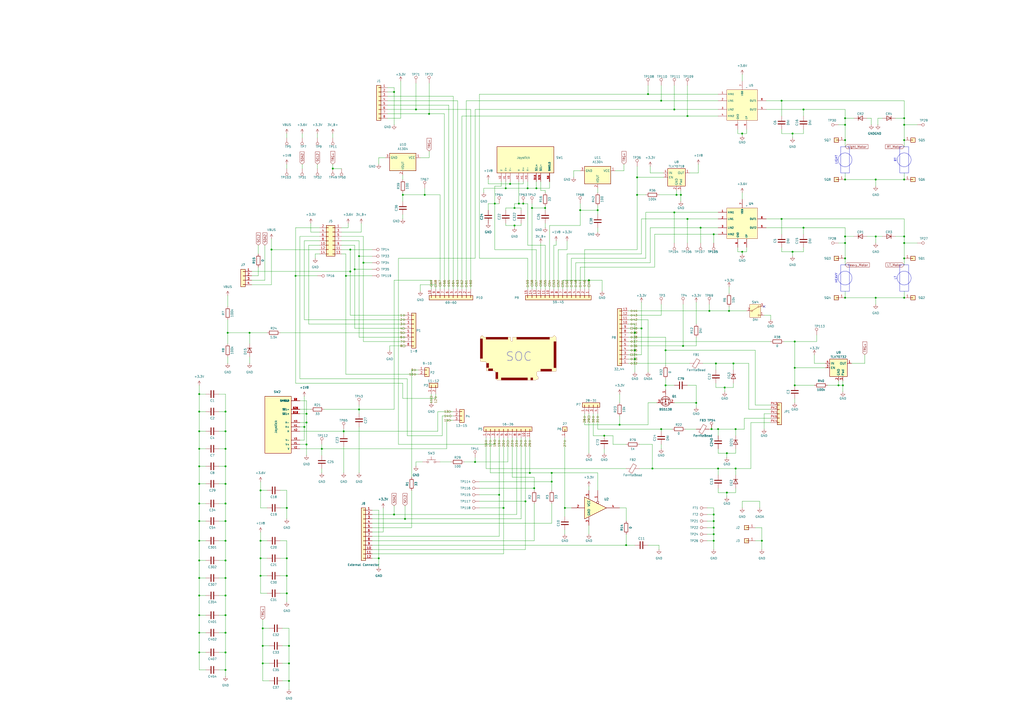
<source format=kicad_sch>
(kicad_sch (version 20231120) (generator "eeschema") (generator_version "8.0")
  (paper "A2")
  (junction (at 412.75 248.92))
  (junction (at 430.53 77.47))
  (junction (at 422.91 180.34))
  (junction (at 461.01 223.52))
  (junction (at 524.51 72.39))
  (junction (at 426.72 248.92))
  (junction (at 490.22 149.86))
  (junction (at 441.96 313.69))
  (junction (at 130.81 367.03))
  (junction (at 490.22 137.16))
  (junction (at 421.64 262.89))
  (junction (at 203.2 144.78))
  (junction (at 130.81 313.69))
  (junction (at 115.57 356.87))
  (junction (at 210.82 152.4))
  (junction (at 490.22 172.72))
  (junction (at 130.81 335.28))
  (junction (at 115.57 378.46))
  (junction (at 394.97 113.03))
  (junction (at 228.6 53.34))
  (junction (at 308.61 120.65))
  (junction (at 130.81 250.19))
  (junction (at 327.66 294.64))
  (junction (at 298.45 120.65))
  (junction (at 157.48 144.78))
  (junction (at 203.2 157.48))
  (junction (at 115.57 302.26))
  (junction (at 152.4 384.81))
  (junction (at 414.02 135.89))
  (junction (at 368.3 193.04))
  (junction (at 466.09 63.5))
  (junction (at 177.8 257.81))
  (junction (at 524.51 149.86))
  (junction (at 167.64 384.81))
  (junction (at 425.45 210.82))
  (junction (at 466.09 132.08))
  (junction (at 368.3 208.28))
  (junction (at 130.81 270.51))
  (junction (at 453.39 127))
  (junction (at 130.81 292.1))
  (junction (at 130.81 280.67))
  (junction (at 507.9765 172.72))
  (junction (at 359.41 246.38))
  (junction (at 115.57 260.35))
  (junction (at 130.81 388.62))
  (junction (at 208.28 237.49))
  (junction (at 421.64 285.75))
  (junction (at 320.04 279.4))
  (junction (at 461.01 213.36))
  (junction (at 368.3 203.2))
  (junction (at 398.78 67.31))
  (junction (at 336.55 121.92))
  (junction (at 369.57 113.03))
  (junction (at 167.64 374.65))
  (junction (at 304.8 290.83))
  (junction (at 524.51 68.58))
  (junction (at 171.45 160.02))
  (junction (at 453.39 58.42))
  (junction (at 186.69 260.35))
  (junction (at 309.88 283.21))
  (junction (at 292.1 294.64))
  (junction (at 524.51 140.97))
  (junction (at 199.39 250.19))
  (junction (at 490.22 81.28))
  (junction (at 372.11 190.5))
  (junction (at 383.54 58.42))
  (junction (at 414.02 298.45))
  (junction (at 403.86 233.68))
  (junction (at 115.57 335.28))
  (junction (at 132.08 193.04))
  (junction (at 115.57 325.12))
  (junction (at 398.78 127))
  (junction (at 234.95 300.99))
  (junction (at 152.4 364.49))
  (junction (at 459.74 77.47))
  (junction (at 177.8 245.11))
  (junction (at 167.64 394.97))
  (junction (at 375.92 54.61))
  (junction (at 275.59 267.97))
  (junction (at 295.91 106.68))
  (junction (at 130.81 378.46))
  (junction (at 414.02 309.88))
  (junction (at 391.16 63.5))
  (junction (at 151.13 284.48))
  (junction (at 490.22 72.39))
  (junction (at 416.56 271.78))
  (junction (at 488.95 223.52))
  (junction (at 115.57 367.03))
  (junction (at 459.74 146.05))
  (junction (at 151.13 313.69))
  (junction (at 166.37 294.64))
  (junction (at 524.51 137.16))
  (junction (at 524.51 104.14))
  (junction (at 166.37 344.17))
  (junction (at 248.92 66.04))
  (junction (at 152.4 374.65))
  (junction (at 490.22 140.97))
  (junction (at 193.04 97.79))
  (junction (at 176.53 247.65))
  (junction (at 420.37 224.79))
  (junction (at 415.29 210.82))
  (junction (at 287.02 118.11))
  (junction (at 391.16 123.19))
  (junction (at 293.37 109.22))
  (junction (at 396.24 200.66))
  (junction (at 378.46 271.78))
  (junction (at 130.81 345.44))
  (junction (at 346.71 121.92))
  (junction (at 383.54 248.92))
  (junction (at 486.41 223.52))
  (junction (at 416.56 248.92))
  (junction (at 341.63 162.56))
  (junction (at 490.22 104.14))
  (junction (at 115.57 238.76))
  (junction (at 306.07 109.22))
  (junction (at 369.57 102.87))
  (junction (at 115.57 228.6))
  (junction (at 130.81 325.12))
  (junction (at 386.08 203.2))
  (junction (at 320.04 274.32))
  (junction (at 200.66 160.02))
  (junction (at 151.13 334.01))
  (junction (at 130.81 260.35))
  (junction (at 130.81 302.26))
  (junction (at 115.57 292.1))
  (junction (at 115.57 313.69))
  (junction (at 228.6 298.45))
  (junction (at 406.4 132.08))
  (junction (at 507.9765 104.14))
  (junction (at 411.48 180.34))
  (junction (at 490.22 68.58))
  (junction (at 115.57 280.67))
  (junction (at 307.34 274.32))
  (junction (at 392.43 113.03))
  (junction (at 350.52 252.73))
  (junction (at 246.38 113.03))
  (junction (at 303.53 118.11))
  (junction (at 144.78 193.04))
  (junction (at 430.53 146.05))
  (junction (at 414.02 313.69))
  (junction (at 205.74 156.21))
  (junction (at 233.68 113.03))
  (junction (at 508 137.16))
  (junction (at 414.02 306.07))
  (junction (at 363.22 316.23))
  (junction (at 177.8 240.03))
  (junction (at 300.99 118.11))
  (junction (at 241.3 63.5))
  (junction (at 386.08 223.52))
  (junction (at 289.56 287.02))
  (junction (at 426.72 271.78))
  (junction (at 316.23 120.65))
  (junction (at 115.57 345.44))
  (junction (at 166.37 323.85))
  (junction (at 524.51 81.28))
  (junction (at 115.57 270.51))
  (junction (at 461.01 198.12))
  (junction (at 130.81 356.87))
  (junction (at 298.45 130.81))
  (junction (at 130.81 238.76))
  (junction (at 166.37 334.01))
  (junction (at 208.28 148.59))
  (junction (at 414.02 302.26))
  (junction (at 524.51 172.72))
  (junction (at 311.15 109.22))
  (junction (at 115.57 250.19))
  (junction (at 219.71 323.85))
  (junction (at 151.13 323.85))
  (no_connect (at 443.23 177.8))
  (wire (pts (xy 427.99 146.05) (xy 430.53 146.05)))
  (wire (pts (xy 115.57 260.35) (xy 119.38 260.35)))
  (wire (pts (xy 167.64 374.65) (xy 167.64 384.81)))
  (wire (pts (xy 176.53 185.42) (xy 234.95 185.42)))
  (wire (pts (xy 132.08 171.45) (xy 132.08 177.8)))
  (wire (pts (xy 302.26 120.65) (xy 302.26 121.92)))
  (wire (pts (xy 259.08 243.84) (xy 262.89 243.84)))
  (wire (pts (xy 198.12 134.62) (xy 209.55 134.62)))
  (wire (pts (xy 224.79 66.04) (xy 248.92 66.04)))
  (wire (pts (xy 461.01 198.12) (xy 454.66 198.12)))
  (wire (pts (xy 198.12 137.16) (xy 210.82 137.16)))
  (wire (pts (xy 369.57 113.03) (xy 374.65 113.03)))
  (wire (pts (xy 250.19 162.56) (xy 228.6 162.56)))
  (wire (pts (xy 115.57 313.69) (xy 115.57 325.12)))
  (wire (pts (xy 231.14 149.86) (xy 275.59 149.86)))
  (wire (pts (xy 200.66 217.17) (xy 242.57 217.17)))
  (wire (pts (xy 375.92 316.23) (xy 382.27 316.23)))
  (wire (pts (xy 383.54 248.92) (xy 383.54 250.19)))
  (wire (pts (xy 420.37 224.79) (xy 425.45 224.79)))
  (wire (pts (xy 297.18 254) (xy 297.18 276.86)))
  (wire (pts (xy 208.28 234.95) (xy 208.28 237.49)))
  (wire (pts (xy 316.23 121.92) (xy 316.23 120.65)))
  (wire (pts (xy 403.86 223.52) (xy 403.86 233.68)))
  (wire (pts (xy 130.81 388.62) (xy 130.81 378.46)))
  (wire (pts (xy 490.22 72.39) (xy 490.22 81.28)))
  (wire (pts (xy 215.9 321.31) (xy 292.1 321.31)))
  (wire (pts (xy 398.78 127) (xy 416.56 127)))
  (wire (pts (xy 406.4 132.08) (xy 416.56 132.08)))
  (wire (pts (xy 414.02 294.64) (xy 414.02 298.45)))
  (wire (pts (xy 490.22 63.5) (xy 490.22 68.58)))
  (wire (pts (xy 278.13 287.02) (xy 289.56 287.02)))
  (wire (pts (xy 502.92 137.16) (xy 508 137.16)))
  (wire (pts (xy 490.22 68.58) (xy 495.3 68.58)))
  (wire (pts (xy 257.81 66.04) (xy 257.81 167.64)))
  (wire (pts (xy 410.21 309.88) (xy 414.02 309.88)))
  (wire (pts (xy 316.23 142.24) (xy 306.07 142.24)))
  (wire (pts (xy 200.66 147.32) (xy 200.66 160.02)))
  (wire (pts (xy 400.05 100.33) (xy 405.13 100.33)))
  (wire (pts (xy 115.57 280.67) (xy 119.38 280.67)))
  (wire (pts (xy 416.56 285.75) (xy 421.64 285.75)))
  (wire (pts (xy 234.95 182.88) (xy 203.2 182.88)))
  (wire (pts (xy 166.37 344.17) (xy 166.37 349.25)))
  (wire (pts (xy 177.8 240.03) (xy 173.99 240.03)))
  (wire (pts (xy 383.54 257.81) (xy 383.54 260.35)))
  (wire (pts (xy 260.35 60.96) (xy 260.35 167.64)))
  (wire (pts (xy 346.71 248.92) (xy 383.54 248.92)))
  (wire (pts (xy 262.89 238.76) (xy 254 238.76)))
  (wire (pts (xy 171.45 132.08) (xy 171.45 160.02)))
  (wire (pts (xy 130.81 280.67) (xy 130.81 270.51)))
  (wire (pts (xy 410.21 313.69) (xy 414.02 313.69)))
  (wire (pts (xy 438.15 313.69) (xy 441.96 313.69)))
  (wire (pts (xy 507.9765 172.72) (xy 507.9765 176.53)))
  (wire (pts (xy 372.11 127) (xy 398.78 127)))
  (wire (pts (xy 267.97 167.64) (xy 267.97 67.31)))
  (wire (pts (xy 303.53 118.11) (xy 306.07 118.11)))
  (wire (pts (xy 130.81 292.1) (xy 127 292.1)))
  (wire (pts (xy 130.81 302.26) (xy 127 302.26)))
  (wire (pts (xy 430.53 294.64) (xy 430.53 290.83)))
  (wire (pts (xy 238.76 214.63) (xy 242.57 214.63)))
  (wire (pts (xy 283.21 118.11) (xy 283.21 121.92)))
  (wire (pts (xy 130.81 345.44) (xy 130.81 335.28)))
  (wire (pts (xy 383.54 49.53) (xy 383.54 58.42)))
  (wire (pts (xy 316.23 167.64) (xy 316.23 142.24)))
  (wire (pts (xy 234.95 195.58) (xy 208.28 195.58)))
  (wire (pts (xy 346.71 109.22) (xy 346.71 111.76)))
  (wire (pts (xy 426.72 271.78) (xy 426.72 275.59)))
  (wire (pts (xy 298.45 118.11) (xy 298.45 120.65)))
  (wire (pts (xy 228.6 50.8) (xy 228.6 53.34)))
  (wire (pts (xy 336.55 118.11) (xy 336.55 121.92)))
  (wire (pts (xy 359.41 246.38) (xy 375.92 246.38)))
  (wire (pts (xy 421.64 262.89) (xy 421.64 265.43)))
  (wire (pts (xy 453.39 127) (xy 524.51 127)))
  (wire (pts (xy 295.91 105.41) (xy 295.91 106.68)))
  (wire (pts (xy 398.78 49.53) (xy 398.78 67.31)))
  (wire (pts (xy 524.51 72.39) (xy 524.51 81.28)))
  (wire (pts (xy 363.22 294.64) (xy 363.22 302.26)))
  (wire (pts (xy 270.51 167.64) (xy 270.51 58.42)))
  (wire (pts (xy 281.94 254) (xy 281.94 271.78)))
  (wire (pts (xy 350.52 252.73) (xy 355.6 252.73)))
  (wire (pts (xy 115.57 378.46) (xy 115.57 388.62)))
  (wire (pts (xy 368.3 208.28) (xy 368.3 215.9)))
  (wire (pts (xy 501.65 210.82) (xy 494.03 210.82)))
  (wire (pts (xy 152.4 384.81) (xy 156.21 384.81)))
  (wire (pts (xy 488.95 220.98) (xy 488.95 223.52)))
  (wire (pts (xy 384.81 102.87) (xy 369.57 102.87)))
  (wire (pts (xy 359.41 228.6) (xy 359.41 233.68)))
  (wire (pts (xy 151.13 313.69) (xy 154.94 313.69)))
  (wire (pts (xy 166.37 334.01) (xy 162.56 334.01)))
  (wire (pts (xy 532.13 72.39) (xy 524.51 72.39)))
  (wire (pts (xy 524.51 149.86) (xy 524.51 153.67)))
  (wire (pts (xy 415.29 222.25) (xy 415.29 224.79)))
  (wire (pts (xy 444.5 58.42) (xy 453.39 58.42)))
  (wire (pts (xy 173.99 232.41) (xy 177.8 232.41)))
  (wire (pts (xy 364.49 182.88) (xy 383.54 182.88)))
  (wire (pts (xy 294.64 254) (xy 294.64 267.97)))
  (wire (pts (xy 166.37 323.85) (xy 162.56 323.85)))
  (wire (pts (xy 246.38 113.03) (xy 255.27 113.03)))
  (wire (pts (xy 252.73 231.14) (xy 233.68 231.14)))
  (wire (pts (xy 416.56 262.89) (xy 421.64 262.89)))
  (wire (pts (xy 166.37 313.69) (xy 162.56 313.69)))
  (wire (pts (xy 115.57 388.62) (xy 119.38 388.62)))
  (wire (pts (xy 346.71 132.08) (xy 346.71 134.62)))
  (wire (pts (xy 398.78 67.31) (xy 416.56 67.31)))
  (wire (pts (xy 252.73 167.64) (xy 252.73 165.1)))
  (wire (pts (xy 233.68 124.46) (xy 233.68 127)))
  (wire (pts (xy 149.86 142.24) (xy 149.86 147.32)))
  (wire (pts (xy 394.97 113.03) (xy 394.97 116.84)))
  (wire (pts (xy 377.19 96.52) (xy 377.19 100.33)))
  (wire (pts (xy 248.92 66.04) (xy 257.81 66.04)))
  (wire (pts (xy 180.34 134.62) (xy 185.42 134.62)))
  (wire (pts (xy 198.12 142.24) (xy 205.74 142.24)))
  (wire (pts (xy 421.64 285.75) (xy 421.64 288.29)))
  (wire (pts (xy 344.17 240.03) (xy 344.17 252.73)))
  (wire (pts (xy 298.45 132.08) (xy 298.45 130.81)))
  (wire (pts (xy 250.19 167.64) (xy 250.19 162.56)))
  (wire (pts (xy 205.74 156.21) (xy 215.9 156.21)))
  (wire (pts (xy 179.07 142.24) (xy 185.42 142.24)))
  (wire (pts (xy 115.57 325.12) (xy 115.57 335.28)))
  (wire (pts (xy 426.72 285.75) (xy 426.72 283.21)))
  (wire (pts (xy 443.23 182.88) (xy 447.04 182.88)))
  (wire (pts (xy 287.02 118.11) (xy 283.21 118.11)))
  (wire (pts (xy 248.92 48.26) (xy 248.92 66.04)))
  (wire (pts (xy 466.09 63.5) (xy 490.22 63.5)))
  (wire (pts (xy 392.43 110.49) (xy 392.43 113.03)))
  (wire (pts (xy 152.4 394.97) (xy 156.21 394.97)))
  (wire (pts (xy 490.22 104.14) (xy 507.9765 104.14)))
  (wire (pts (xy 444.5 132.08) (xy 466.09 132.08)))
  (wire (pts (xy 241.3 63.5) (xy 273.05 63.5)))
  (wire (pts (xy 231.14 149.86) (xy 231.14 257.81)))
  (wire (pts (xy 331.47 149.86) (xy 374.65 149.86)))
  (wire (pts (xy 151.13 279.4) (xy 151.13 284.48)))
  (wire (pts (xy 435.61 271.78) (xy 435.61 245.11)))
  (wire (pts (xy 167.64 394.97) (xy 163.83 394.97)))
  (wire (pts (xy 259.08 243.84) (xy 259.08 260.35)))
  (wire (pts (xy 461.01 223.52) (xy 472.44 223.52)))
  (wire (pts (xy 392.43 113.03) (xy 382.27 113.03)))
  (wire (pts (xy 287.02 107.95) (xy 290.83 107.95)))
  (wire (pts (xy 313.69 167.64) (xy 313.69 140.97)))
  (wire (pts (xy 233.68 113.03) (xy 233.68 116.84)))
  (wire (pts (xy 316.23 110.49) (xy 316.23 111.76)))
  (wire (pts (xy 130.81 388.62) (xy 127 388.62)))
  (wire (pts (xy 368.3 193.04) (xy 368.3 203.2)))
  (wire (pts (xy 466.09 146.05) (xy 459.74 146.05)))
  (wire (pts (xy 306.07 105.41) (xy 306.07 109.22)))
  (wire (pts (xy 391.16 123.19) (xy 416.56 123.19)))
  (wire (pts (xy 361.95 99.06) (xy 361.95 95.25)))
  (wire (pts (xy 231.14 257.81) (xy 287.02 257.81)))
  (wire (pts (xy 176.53 229.87) (xy 176.53 247.65)))
  (wire (pts (xy 295.91 106.68) (xy 303.53 106.68)))
  (wire (pts (xy 509.27 68.58) (xy 509.27 72.39)))
  (wire (pts (xy 490.22 140.97) (xy 490.22 149.86)))
  (wire (pts (xy 398.78 127) (xy 398.78 140.97)))
  (wire (pts (xy 115.57 238.76) (xy 119.38 238.76)))
  (wire (pts (xy 374.65 149.86) (xy 374.65 123.19)))
  (wire (pts (xy 346.71 284.48) (xy 346.71 274.32)))
  (wire (pts (xy 130.81 378.46) (xy 127 378.46)))
  (wire (pts (xy 130.81 280.67) (xy 127 280.67)))
  (wire (pts (xy 224.79 63.5) (xy 241.3 63.5)))
  (wire (pts (xy 208.28 148.59) (xy 215.9 148.59)))
  (wire (pts (xy 115.57 378.46) (xy 119.38 378.46)))
  (wire (pts (xy 179.07 187.96) (xy 179.07 142.24)))
  (wire (pts (xy 299.72 298.45) (xy 228.6 298.45)))
  (wire (pts (xy 488.95 223.52) (xy 486.41 223.52)))
  (wire (pts (xy 130.81 335.28) (xy 127 335.28)))
  (wire (pts (xy 364.49 187.96) (xy 368.3 187.96)))
  (wire (pts (xy 316.23 110.49) (xy 313.69 110.49)))
  (wire (pts (xy 177.8 245.11) (xy 177.8 240.03)))
  (wire (pts (xy 316.23 129.54) (xy 316.23 132.08)))
  (wire (pts (xy 280.67 109.22) (xy 280.67 111.76)))
  (wire (pts (xy 130.81 356.87) (xy 130.81 367.03)))
  (wire (pts (xy 293.37 105.41) (xy 293.37 109.22)))
  (wire (pts (xy 466.09 63.5) (xy 466.09 67.31)))
  (wire (pts (xy 210.82 152.4) (xy 215.9 152.4)))
  (wire (pts (xy 130.81 260.35) (xy 127 260.35)))
  (wire (pts (xy 328.93 144.78) (xy 328.93 139.7)))
  (wire (pts (xy 130.81 292.1) (xy 130.81 302.26)))
  (wire (pts (xy 236.22 219.71) (xy 236.22 252.73)))
  (wire (pts (xy 167.64 374.65) (xy 167.64 364.49)))
  (wire (pts (xy 186.69 271.78) (xy 186.69 274.32)))
  (wire (pts (xy 505.46 68.58) (xy 505.46 72.39)))
  (wire (pts (xy 508 137.16) (xy 511.81 137.16)))
  (wire (pts (xy 309.88 276.86) (xy 309.88 283.21)))
  (wire (pts (xy 422.91 166.37) (xy 422.91 170.18)))
  (wire (pts (xy 490.22 168.91) (xy 490.22 172.72)))
  (wire (pts (xy 364.49 185.42) (xy 375.92 185.42)))
  (wire (pts (xy 115.57 345.44) (xy 119.38 345.44)))
  (wire (pts (xy 176.53 255.27) (xy 176.53 247.65)))
  (wire (pts (xy 453.39 74.93) (xy 453.39 77.47)))
  (wire (pts (xy 157.48 144.78) (xy 157.48 165.1)))
  (wire (pts (xy 208.28 240.03) (xy 208.28 237.49)))
  (wire (pts (xy 486.41 140.97) (xy 490.22 140.97)))
  (wire (pts (xy 306.07 109.22) (xy 311.15 109.22)))
  (wire (pts (xy 278.13 283.21) (xy 309.88 283.21)))
  (wire (pts (xy 359.41 246.38) (xy 359.41 241.3)))
  (wire (pts (xy 490.22 149.86) (xy 490.22 153.67)))
  (wire (pts (xy 425.45 210.82) (xy 434.34 210.82)))
  (wire (pts (xy 303.53 106.68) (xy 303.53 105.41)))
  (wire (pts (xy 459.74 148.59) (xy 459.74 146.05)))
  (wire (pts (xy 115.57 313.69) (xy 119.38 313.69)))
  (wire (pts (xy 304.8 254) (xy 304.8 290.83)))
  (wire (pts (xy 173.99 255.27) (xy 176.53 255.27)))
  (wire (pts (xy 321.31 167.64) (xy 321.31 142.24)))
  (wire (pts (xy 130.81 367.03) (xy 127 367.03)))
  (wire (pts (xy 278.13 294.64) (xy 292.1 294.64)))
  (wire (pts (xy 309.88 313.69) (xy 215.9 313.69)))
  (wire (pts (xy 157.48 144.78) (xy 185.42 144.78)))
  (wire (pts (xy 416.56 271.78) (xy 426.72 271.78)))
  (wire (pts (xy 130.81 260.35) (xy 130.81 250.19)))
  (wire (pts (xy 414.02 302.26) (xy 414.02 306.07)))
  (wire (pts (xy 334.01 152.4) (xy 377.19 152.4)))
  (wire (pts (xy 341.63 240.03) (xy 341.63 262.89)))
  (wire (pts (xy 375.92 233.68) (xy 381 233.68)))
  (wire (pts (xy 369.57 144.78) (xy 339.09 144.78)))
  (wire (pts (xy 505.46 68.58) (xy 502.92 68.58)))
  (wire (pts (xy 372.11 190.5) (xy 364.49 190.5)))
  (wire (pts (xy 198.12 139.7) (xy 208.28 139.7)))
  (wire (pts (xy 461.01 198.12) (xy 473.71 198.12)))
  (wire (pts (xy 426.72 271.78) (xy 435.61 271.78)))
  (wire (pts (xy 201.93 132.08) (xy 201.93 129.54)))
  (wire (pts (xy 318.77 130.81) (xy 336.55 130.81)))
  (wire (pts (xy 281.94 271.78) (xy 363.22 271.78)))
  (wire (pts (xy 433.07 77.47) (xy 433.07 74.93)))
  (wire (pts (xy 130.81 345.44) (xy 127 345.44)))
  (wire (pts (xy 132.08 185.42) (xy 132.08 193.04)))
  (wire (pts (xy 364.49 203.2) (xy 368.3 203.2)))
  (wire (pts (xy 427.99 143.51) (xy 427.99 146.05)))
  (wire (pts (xy 234.95 293.37) (xy 234.95 300.99)))
  (wire (pts (xy 490.22 68.58) (xy 490.22 72.39)))
  (wire (pts (xy 219.71 323.85) (xy 215.9 323.85)))
  (wire (pts (xy 151.13 344.17) (xy 154.94 344.17)))
  (wire (pts (xy 130.81 228.6) (xy 127 228.6)))
  (wire (pts (xy 375.92 233.68) (xy 375.92 246.38)))
  (wire (pts (xy 215.9 306.07) (xy 238.76 306.07)))
  (wire (pts (xy 295.91 106.68) (xy 283.21 106.68)))
  (wire (pts (xy 368.3 187.96) (xy 368.3 193.04)))
  (wire (pts (xy 233.68 231.14) (xy 233.68 222.25)))
  (wire (pts (xy 509.27 68.58) (xy 511.81 68.58)))
  (wire (pts (xy 224.79 58.42) (xy 265.43 58.42)))
  (wire (pts (xy 146.05 157.48) (xy 203.2 157.48)))
  (wire (pts (xy 524.51 137.16) (xy 519.43 137.16)))
  (wire (pts (xy 411.48 180.34) (xy 422.91 180.34)))
  (wire (pts (xy 394.97 110.49) (xy 394.97 113.03)))
  (wire (pts (xy 144.78 207.01) (xy 144.78 210.82)))
  (wire (pts (xy 382.27 316.23) (xy 382.27 318.77)))
  (wire (pts (xy 304.8 290.83) (xy 304.8 318.77)))
  (wire (pts (xy 377.19 132.08) (xy 406.4 132.08)))
  (wire (pts (xy 278.13 54.61) (xy 278.13 149.86)))
  (wire (pts (xy 115.57 335.28) (xy 119.38 335.28)))
  (wire (pts (xy 130.81 292.1) (xy 130.81 280.67)))
  (wire (pts (xy 327.66 294.64) (xy 327.66 299.72)))
  (wire (pts (xy 472.44 210.82) (xy 478.79 210.82)))
  (wire (pts (xy 341.63 281.94) (xy 341.63 284.48)))
  (wire (pts (xy 403.86 233.68) (xy 403.86 236.22)))
  (wire (pts (xy 397.51 248.92) (xy 403.86 248.92)))
  (wire (pts (xy 372.11 147.32) (xy 372.11 127)))
  (wire (pts (xy 427.99 74.93) (xy 427.99 77.47)))
  (wire (pts (xy 430.53 146.05) (xy 430.53 147.32)))
  (wire (pts (xy 130.81 238.76) (xy 130.81 228.6)))
  (wire (pts (xy 430.53 43.18) (xy 430.53 46.99)))
  (wire (pts (xy 524.51 68.58) (xy 524.51 72.39)))
  (wire (pts (xy 115.57 302.26) (xy 115.57 313.69)))
  (wire (pts (xy 307.34 274.32) (xy 320.04 274.32)))
  (wire (pts (xy 394.97 113.03) (xy 392.43 113.03)))
  (wire (pts (xy 233.68 111.76) (xy 233.68 113.03)))
  (wire (pts (xy 416.56 260.35) (xy 416.56 262.89)))
  (wire (pts (xy 323.85 144.78) (xy 328.93 144.78)))
  (wire (pts (xy 426.72 248.92) (xy 426.72 252.73)))
  (wire (pts (xy 412.75 248.92) (xy 416.56 248.92)))
  (wire (pts (xy 326.39 162.56) (xy 326.39 167.64)))
  (wire (pts (xy 302.26 300.99) (xy 302.26 254)))
  (wire (pts (xy 151.13 284.48) (xy 154.94 284.48)))
  (wire (pts (xy 364.49 198.12) (xy 447.04 198.12)))
  (wire (pts (xy 198.12 147.32) (xy 200.66 147.32)))
  (wire (pts (xy 243.84 165.1) (xy 243.84 168.91)))
  (wire (pts (xy 275.59 63.5) (xy 391.16 63.5)))
  (wire (pts (xy 215.9 300.99) (xy 234.95 300.99)))
  (wire (pts (xy 336.55 121.92) (xy 346.71 121.92)))
  (wire (pts (xy 490.22 132.08) (xy 490.22 137.16)))
  (wire (pts (xy 369.57 102.87) (xy 369.57 113.03)))
  (wire (pts (xy 171.45 160.02) (xy 171.45 222.25)))
  (wire (pts (xy 173.99 257.81) (xy 177.8 257.81)))
  (wire (pts (xy 115.57 228.6) (xy 119.38 228.6)))
  (wire (pts (xy 341.63 162.56) (xy 341.63 167.64)))
  (wire (pts (xy 336.55 167.64) (xy 336.55 154.94)))
  (wire (pts (xy 486.41 72.39) (xy 490.22 72.39)))
  (wire (pts (xy 507.9765 172.72) (xy 524.51 172.72)))
  (wire (pts (xy 320.04 279.4) (xy 320.04 284.48)))
  (wire (pts (xy 238.76 214.63) (xy 238.76 276.86)))
  (wire (pts (xy 293.37 130.81) (xy 298.45 130.81)))
  (wire (pts (xy 219.71 295.91) (xy 219.71 323.85)))
  (wire (pts (xy 427.99 77.47) (xy 430.53 77.47)))
  (wire (pts (xy 177.8 240.03) (xy 177.8 232.41)))
  (wire (pts (xy 234.95 187.96) (xy 179.07 187.96)))
  (wire (pts (xy 320.04 274.32) (xy 346.71 274.32)))
  (wire (pts (xy 508 137.16) (xy 508 140.97)))
  (wire (pts (xy 375.92 49.53) (xy 375.92 54.61)))
  (wire (pts (xy 151.13 294.64) (xy 154.94 294.64)))
  (wire (pts (xy 355.6 257.81) (xy 363.22 257.81)))
  (wire (pts (xy 287.02 144.78) (xy 311.15 144.78)))
  (wire (pts (xy 210.82 152.4) (xy 210.82 198.12)))
  (wire (pts (xy 115.57 325.12) (xy 119.38 325.12)))
  (wire (pts (xy 130.81 378.46) (xy 130.81 367.03)))
  (wire (pts (xy 278.13 290.83) (xy 304.8 290.83)))
  (wire (pts (xy 364.49 205.74) (xy 372.11 205.74)))
  (wire (pts (xy 300.99 105.41) (xy 300.99 118.11)))
  (wire (pts (xy 115.57 345.44) (xy 115.57 356.87)))
  (wire (pts (xy 444.5 127) (xy 453.39 127)))
  (wire (pts (xy 302.26 130.81) (xy 298.45 130.81)))
  (wire (pts (xy 166.37 95.25) (xy 166.37 97.79)))
  (wire (pts (xy 453.39 58.42) (xy 524.51 58.42)))
  (wire (pts (xy 302.26 129.54) (xy 302.26 130.81)))
  (wire (pts (xy 176.53 247.65) (xy 173.99 247.65)))
  (wire (pts (xy 524.51 100.33) (xy 524.51 104.14)))
  (wire (pts (xy 284.48 274.32) (xy 307.34 274.32)))
  (wire (pts (xy 177.8 257.81) (xy 177.8 264.16)))
  (wire (pts (xy 173.99 219.71) (xy 236.22 219.71)))
  (wire (pts (xy 339.09 144.78) (xy 339.09 167.64)))
  (wire (pts (xy 132.08 207.01) (xy 132.08 210.82)))
  (wire (pts (xy 157.48 138.43) (xy 157.48 144.78)))
  (wire (pts (xy 441.96 306.07) (xy 441.96 313.69)))
  (wire (pts (xy 173.99 260.35) (xy 186.69 260.35)))
  (wire (pts (xy 426.72 248.92) (xy 431.8 248.92)))
  (wire (pts (xy 166.37 284.48) (xy 162.56 284.48)))
  (wire (pts (xy 130.81 250.19) (xy 127 250.19)))
  (wire (pts (xy 396.24 200.66) (xy 403.86 200.66)))
  (wire (pts (xy 328.93 167.64) (xy 328.93 147.32)))
  (wire (pts (xy 398.78 223.52) (xy 403.86 223.52)))
  (wire (pts (xy 226.06 200.66) (xy 226.06 203.2)))
  (wire (pts (xy 152.4 374.65) (xy 156.21 374.65)))
  (wire (pts (xy 252.73 228.6) (xy 252.73 231.14)))
  (wire (pts (xy 167.64 374.65) (xy 163.83 374.65)))
  (wire (pts (xy 219.71 91.44) (xy 219.71 95.25)))
  (wire (pts (xy 241.3 267.97) (xy 245.11 267.97)))
  (wire (pts (xy 524.51 127) (xy 524.51 137.16)))
  (wire (pts (xy 293.37 120.65) (xy 298.45 120.65)))
  (wire (pts (xy 346.71 119.38) (xy 346.71 121.92)))
  (wire (pts (xy 490.22 81.28) (xy 490.22 85.09)))
  (wire (pts (xy 391.16 49.53) (xy 391.16 63.5)))
  (wire (pts (xy 490.22 137.16) (xy 495.3 137.16)))
  (wire (pts (xy 414.02 298.45) (xy 414.02 302.26)))
  (wire (pts (xy 215.9 311.15) (xy 289.56 311.15)))
  (wire (pts (xy 430.53 111.76) (xy 430.53 115.57)))
  (wire (pts (xy 327.66 307.34) (xy 327.66 309.88)))
  (wire (pts (xy 396.24 176.53) (xy 396.24 200.66)))
  (wire (pts (xy 171.45 160.02) (xy 184.15 160.02)))
  (wire (pts (xy 459.74 80.01) (xy 459.74 77.47)))
  (wire (pts (xy 375.92 185.42) (xy 375.92 215.9)))
  (wire (pts (xy 265.43 58.42) (xy 265.43 167.64)))
  (wire (pts (xy 115.57 367.03) (xy 115.57 378.46)))
  (wire (pts (xy 278.13 54.61) (xy 375.92 54.61)))
  (wire (pts (xy 490.22 172.72) (xy 507.9765 172.72)))
  (wire (pts (xy 410.21 298.45) (xy 414.02 298.45)))
  (wire (pts (xy 350.52 260.35) (xy 350.52 262.89)))
  (wire (pts (xy 372.11 205.74) (xy 372.11 190.5)))
  (wire (pts (xy 292.1 254) (xy 292.1 294.64)))
  (wire (pts (xy 234.95 200.66) (xy 226.06 200.66)))
  (wire (pts (xy 466.09 143.51) (xy 466.09 146.05)))
  (wire (pts (xy 403.86 200.66) (xy 403.86 195.58)))
  (wire (pts (xy 162.56 193.04) (xy 234.95 193.04)))
  (wire (pts (xy 322.58 142.24) (xy 321.31 142.24)))
  (wire (pts (xy 461.01 213.36) (xy 478.79 213.36)))
  (wire (pts (xy 328.93 147.32) (xy 372.11 147.32)))
  (wire (pts (xy 176.53 139.7) (xy 176.53 185.42)))
  (wire (pts (xy 151.13 334.01) (xy 151.13 344.17)))
  (wire (pts (xy 311.15 144.78) (xy 311.15 167.64)))
  (wire (pts (xy 130.81 250.19) (xy 130.81 238.76)))
  (wire (pts (xy 203.2 144.78) (xy 215.9 144.78)))
  (wire (pts (xy 254 238.76) (xy 254 250.19)))
  (wire (pts (xy 200.66 160.02) (xy 200.66 217.17)))
  (wire (pts (xy 336.55 130.81) (xy 336.55 121.92)))
  (wire (pts (xy 205.74 190.5) (xy 205.74 156.21)))
  (wire (pts (xy 130.81 325.12) (xy 130.81 313.69)))
  (wire (pts (xy 203.2 157.48) (xy 203.2 182.88)))
  (wire (pts (xy 425.45 224.79) (xy 425.45 222.25)))
  (wire (pts (xy 182.88 147.32) (xy 182.88 149.86)))
  (wire (pts (xy 293.37 120.65) (xy 293.37 121.92)))
  (wire (pts (xy 153.67 162.56) (xy 153.67 142.24)))
  (wire (pts (xy 130.81 270.51) (xy 127 270.51)))
  (wire (pts (xy 224.79 60.96) (xy 260.35 60.96)))
  (wire (pts (xy 115.57 302.26) (xy 119.38 302.26)))
  (wire (pts (xy 306.07 109.22) (xy 293.37 109.22)))
  (wire (pts (xy 415.29 224.79) (xy 420.37 224.79)))
  (wire (pts (xy 208.28 237.49) (xy 228.6 237.49)))
  (wire (pts (xy 307.34 274.32) (xy 307.34 254)))
  (wire (pts (xy 208.28 274.32) (xy 208.28 247.65)))
  (wire (pts (xy 524.51 140.97) (xy 524.51 149.86)))
  (wire (pts (xy 275.59 63.5) (xy 275.59 149.86)))
  (wire (pts (xy 115.57 270.51) (xy 115.57 280.67)))
  (wire (pts (xy 256.54 241.3) (xy 256.54 252.73)))
  (wire (pts (xy 173.99 237.49) (xy 180.34 237.49)))
  (wire (pts (xy 416.56 54.61) (xy 375.92 54.61)))
  (wire (pts (xy 378.46 257.81) (xy 378.46 271.78)))
  (wire (pts (xy 524.51 68.58) (xy 519.43 68.58)))
  (wire (pts (xy 149.86 154.94) (xy 149.86 160.02)))
  (wire (pts (xy 311.15 109.22) (xy 311.15 105.41)))
  (wire (pts (xy 304.8 318.77) (xy 215.9 318.77)))
  (wire (pts (xy 215.9 295.91) (xy 219.71 295.91)))
  (wire (pts (xy 243.84 91.44) (xy 248.92 91.44)))
  (wire (pts (xy 377.19 100.33) (xy 384.81 100.33)))
  (wire (pts (xy 308.61 120.65) (xy 316.23 120.65)))
  (wire (pts (xy 331.47 294.64) (xy 327.66 294.64)))
  (wire (pts (xy 383.54 58.42) (xy 416.56 58.42)))
  (wire (pts (xy 289.56 118.11) (xy 287.02 118.11)))
  (wire (pts (xy 289.56 287.02) (xy 289.56 311.15)))
  (wire (pts (xy 438.15 234.95) (xy 447.04 234.95)))
  (wire (pts (xy 193.04 77.47) (xy 193.04 80.01)))
  (wire (pts (xy 199.39 251.46) (xy 199.39 250.19)))
  (wire (pts (xy 299.72 254) (xy 299.72 298.45)))
  (wire (pts (xy 228.6 162.56) (xy 228.6 237.49)))
  (wire (pts (xy 391.16 63.5) (xy 416.56 63.5)))
  (wire (pts (xy 250.19 228.6) (xy 250.19 233.68)))
  (wire (pts (xy 297.18 276.86) (xy 309.88 276.86)))
  (wire (pts (xy 215.9 303.53) (xy 320.04 303.53)))
  (wire (pts (xy 199.39 248.92) (xy 199.39 250.19)))
  (wire (pts (xy 410.21 302.26) (xy 414.02 302.26)))
  (wire (pts (xy 127 356.87) (xy 130.81 356.87)))
  (wire (pts (xy 386.08 195.58) (xy 364.49 195.58)))
  (wire (pts (xy 369.57 96.52) (xy 369.57 102.87)))
  (wire (pts (xy 507.9765 104.14) (xy 524.51 104.14)))
  (wire (pts (xy 228.6 298.45) (xy 215.9 298.45)))
  (wire (pts (xy 241.3 270.51) (xy 241.3 267.97)))
  (wire (pts (xy 444.5 63.5) (xy 466.09 63.5)))
  (wire (pts (xy 115.57 292.1) (xy 119.38 292.1)))
  (wire (pts (xy 228.6 53.34) (xy 228.6 72.39)))
  (wire (pts (xy 411.48 176.53) (xy 411.48 180.34)))
  (wire (pts (xy 173.99 245.11) (xy 177.8 245.11)))
  (wire (pts (xy 166.37 344.17) (xy 162.56 344.17)))
  (wire (pts (xy 222.25 308.61) (xy 222.25 294.64)))
  (wire (pts (xy 193.04 95.25) (xy 193.04 97.79)))
  (wire (pts (xy 132.08 193.04) (xy 132.08 199.39)))
  (wire (pts (xy 414.02 306.07) (xy 414.02 309.88)))
  (wire (pts (xy 224.79 68.58) (xy 232.41 68.58)))
  (wire (pts (xy 287.02 254) (xy 287.02 257.81)))
  (wire (pts (xy 490.22 137.16) (xy 490.22 140.97)))
  (wire (pts (xy 336.55 99.06) (xy 332.74 99.06)))
  (wire (pts (xy 115.57 223.52) (xy 115.57 228.6)))
  (wire (pts (xy 167.64 384.81) (xy 163.83 384.81)))
  (wire (pts (xy 130.81 313.69) (xy 127 313.69)))
  (wire (pts (xy 323.85 167.64) (xy 323.85 144.78)))
  (wire (pts (xy 410.21 294.64) (xy 414.02 294.64)))
  (wire (pts (xy 210.82 198.12) (xy 234.95 198.12)))
  (wire (pts (xy 472.44 205.74) (xy 472.44 210.82)))
  (wire (pts (xy 300.99 118.11) (xy 298.45 118.11)))
  (wire (pts (xy 411.48 248.92) (xy 412.75 248.92)))
  (wire (pts (xy 280.67 109.22) (xy 293.37 109.22)))
  (wire (pts (xy 115.57 356.87) (xy 119.38 356.87)))
  (wire (pts (xy 186.69 260.35) (xy 259.08 260.35)))
  (wire (pts (xy 341.63 304.8) (xy 341.63 309.88)))
  (wire (pts (xy 416.56 248.92) (xy 416.56 252.73)))
  (wire (pts (xy 130.81 335.28) (xy 130.81 325.12)))
  (wire (pts (xy 447.04 240.03) (xy 443.23 240.03)))
  (wire (pts (xy 426.72 262.89) (xy 426.72 260.35)))
  (wire (pts (xy 198.12 144.78) (xy 203.2 144.78)))
  (wire (pts (xy 267.97 67.31) (xy 398.78 67.31)))
  (wire (pts (xy 461.01 231.14) (xy 461.01 233.68)))
  (wire (pts (xy 349.25 162.56) (xy 349.25 168.91)))
  (wire (pts (xy 151.13 313.69) (xy 151.13 323.85)))
  (wire (pts (xy 151.13 284.48) (xy 151.13 294.64)))
  (wire (pts (xy 430.53 77.47) (xy 433.07 77.47)))
  (wire (pts (xy 200.66 160.02) (xy 215.9 160.02)))
  (wire (pts (xy 186.69 257.81) (xy 186.69 260.35)))
  (wire (pts (xy 152.4 364.49) (xy 152.4 374.65)))
  (wire (pts (xy 115.57 260.35) (xy 115.57 270.51)))
  (wire (pts (xy 370.84 257.81) (xy 378.46 257.81)))
  (wire (pts (xy 453.39 143.51) (xy 453.39 146.05)))
  (wire (pts (xy 322.58 139.7) (xy 322.58 142.24)))
  (wire (pts (xy 115.57 250.19) (xy 119.38 250.19)))
  (wire (pts (xy 422.91 180.34) (xy 433.07 180.34)))
  (wire (pts (xy 198.12 132.08) (xy 201.93 132.08)))
  (wire (pts (xy 431.8 248.92) (xy 431.8 242.57)))
  (wire (pts (xy 370.84 271.78) (xy 378.46 271.78)))
  (wire (pts (xy 289.56 254) (xy 289.56 287.02)))
  (wire (pts (xy 262.89 241.3) (xy 256.54 241.3)))
  (wire (pts (xy 318.77 167.64) (xy 318.77 130.81)))
  (wire (pts (xy 403.86 175.26) (xy 403.86 187.96)))
  (wire (pts (xy 434.34 210.82) (xy 434.34 237.49)))
  (wire (pts (xy 341.63 162.56) (xy 349.25 162.56)))
  (wire (pts (xy 144.78 199.39) (xy 144.78 193.04)))
  (wire (pts (xy 313.69 110.49) (xy 313.69 105.41)))
  (wire (pts (xy 184.15 95.25) (xy 184.15 97.79)))
  (wire (pts (xy 115.57 356.87) (xy 115.57 367.03)))
  (wire (pts (xy 488.95 223.52) (xy 488.95 227.33)))
  (wire (pts (xy 391.16 123.19) (xy 391.16 140.97)))
  (wire (pts (xy 232.41 68.58) (xy 232.41 46.99)))
  (wire (pts (xy 414.02 313.69) (xy 414.02 318.77)))
  (wire (pts (xy 284.48 254) (xy 284.48 274.32)))
  (wire (pts (xy 208.28 195.58) (xy 208.28 148.59)))
  (wire (pts (xy 292.1 294.64) (xy 292.1 321.31)))
  (wire (pts (xy 420.37 224.79) (xy 420.37 227.33)))
  (wire (pts (xy 425.45 210.82) (xy 425.45 214.63)))
  (wire (pts (xy 298.45 120.65) (xy 302.26 120.65)))
  (wire (pts (xy 290.83 107.95) (xy 290.83 105.41)))
  (wire (pts (xy 364.49 210.82) (xy 400.05 210.82)))
  (wire (pts (xy 193.04 97.79) (xy 198.12 97.79)))
  (wire (pts (xy 208.28 148.59) (xy 208.28 139.7)))
  (wire (pts (xy 246.38 109.22) (xy 246.38 113.03)))
  (wire (pts (xy 171.45 132.08) (xy 185.42 132.08)))
  (wire (pts (xy 415.29 210.82) (xy 415.29 214.63)))
  (wire (pts (xy 461.01 213.36) (xy 461.01 198.12)))
  (wire (pts (xy 180.34 134.62) (xy 180.34 129.54)))
  (wire (pts (xy 466.09 77.47) (xy 459.74 77.47)))
  (wire (pts (xy 219.71 323.85) (xy 219.71 328.93)))
  (wire (pts (xy 356.87 99.06) (xy 361.95 99.06)))
  (wire (pts (xy 228.6 293.37) (xy 228.6 298.45)))
  (wire (pts (xy 453.39 146.05) (xy 459.74 146.05)))
  (wire (pts (xy 414.02 135.89) (xy 416.56 135.89)))
  (wire (pts (xy 416.56 283.21) (xy 416.56 285.75)))
  (wire (pts (xy 336.55 154.94) (xy 379.73 154.94)))
  (wire (pts (xy 241.3 48.26) (xy 241.3 63.5)))
  (wire (pts (xy 320.04 292.1) (xy 320.04 303.53)))
  (wire (pts (xy 422.91 180.34) (xy 422.91 177.8)))
  (wire (pts (xy 233.68 222.25) (xy 171.45 222.25)))
  (wire (pts (xy 306.07 167.64) (xy 306.07 149.86)))
  (wire (pts (xy 255.27 267.97) (xy 261.62 267.97)))
  (wire (pts (xy 152.4 359.41) (xy 152.4 364.49)))
  (wire (pts (xy 410.21 306.07) (xy 414.02 306.07)))
  (wire (pts (xy 379.73 154.94) (xy 379.73 135.89)))
  (wire (pts (xy 379.73 135.89) (xy 414.02 135.89)))
  (wire (pts (xy 278.13 279.4) (xy 320.04 279.4)))
  (wire (pts (xy 443.23 240.03) (xy 443.23 248.92)))
  (wire (pts (xy 115.57 238.76) (xy 115.57 250.19)))
  (wire (pts (xy 433.07 146.05) (xy 433.07 143.51)))
  (wire (pts (xy 507.9765 104.14) (xy 507.9765 107.95)))
  (wire (pts (xy 438.15 203.2) (xy 438.15 234.95)))
  (wire (pts (xy 374.65 123.19) (xy 391.16 123.19)))
  (wire (pts (xy 270.51 58.42) (xy 383.54 58.42)))
  (wire (pts (xy 199.39 259.08) (xy 199.39 274.32)))
  (wire (pts (xy 368.3 203.2) (xy 368.3 208.28)))
  (wire (pts (xy 166.37 300.99) (xy 166.37 294.64)))
  (wire (pts (xy 205.74 156.21) (xy 205.74 142.24)))
  (wire (pts (xy 167.64 394.97) (xy 167.64 400.05)))
  (wire (pts (xy 406.4 132.08) (xy 406.4 140.97)))
  (wire (pts (xy 473.71 198.12) (xy 473.71 194.31)))
  (wire (pts (xy 151.13 334.01) (xy 154.94 334.01)))
  (wire (pts (xy 173.99 137.16) (xy 173.99 219.71)))
  (wire (pts (xy 309.88 283.21) (xy 309.88 284.48)))
  (wire (pts (xy 501.65 205.74) (xy 501.65 210.82)))
  (wire (pts (xy 173.99 250.19) (xy 199.39 250.19)))
  (wire (pts (xy 339.09 240.03) (xy 339.09 246.38)))
  (wire (pts (xy 355.6 252.73) (xy 355.6 257.81)))
  (wire (pts (xy 275.59 267.97) (xy 294.64 267.97)))
  (wire (pts (xy 453.39 77.47) (xy 459.74 77.47)))
  (wire (pts (xy 166.37 77.47) (xy 166.37 80.01)))
  (wire (pts (xy 130.81 325.12) (xy 127 325.12)))
  (wire (pts (xy 346.71 240.03) (xy 346.71 248.92)))
  (wire (pts (xy 151.13 323.85) (xy 151.13 334.01)))
  (wire (pts (xy 486.41 223.52) (xy 486.41 220.98)))
  (wire (pts (xy 215.9 316.23) (xy 363.22 316.23)))
  (wire (pts (xy 490.22 100.33) (xy 490.22 104.14)))
  (wire (pts (xy 152.4 374.65) (xy 152.4 384.81)))
  (wire (pts (xy 344.17 252.73) (xy 350.52 252.73)))
  (wire (pts (xy 453.39 127) (xy 453.39 135.89)))
  (wire (pts (xy 386.08 195.58) (xy 386.08 203.2)))
  (wire (pts (xy 421.64 285.75) (xy 426.72 285.75)))
  (wire (pts (xy 115.57 228.6) (xy 115.57 238.76)))
  (wire (pts (xy 332.74 99.06) (xy 332.74 102.87)))
  (wire (pts (xy 466.09 74.93) (xy 466.09 77.47)))
  (wire (pts (xy 414.02 309.88) (xy 414.02 313.69)))
  (wire (pts (xy 364.49 180.34) (xy 411.48 180.34)))
  (wire (pts (xy 175.26 77.47) (xy 175.26 80.01)))
  (wire (pts (xy 238.76 284.48) (xy 238.76 306.07)))
  (wire (pts (xy 316.23 119.38) (xy 316.23 120.65)))
  (wire (pts (xy 256.54 252.73) (xy 236.22 252.73)))
  (wire (pts (xy 386.08 223.52) (xy 386.08 219.71)))
  (wire (pts (xy 115.57 335.28) (xy 115.57 345.44)))
  (wire (pts (xy 224.79 50.8) (xy 228.6 50.8)))
  (wire (pts (xy 130.81 270.51) (xy 130.81 260.35)))
  (wire (pts (xy 248.92 91.44) (xy 248.92 87.63)))
  (wire (pts (xy 255.27 167.64) (xy 255.27 113.03)))
  (wire (pts (xy 234.95 300.99) (xy 302.26 300.99)))
  (wire (pts (xy 383.54 182.88) (xy 383.54 176.53)))
  (wire (pts (xy 480.06 223.52) (xy 486.41 223.52)))
  (wire (pts (xy 308.61 118.11) (xy 308.61 120.65)))
  (wire (pts (xy 378.46 271.78) (xy 416.56 271.78)))
  (wire (pts (xy 115.57 367.03) (xy 119.38 367.03)))
  (wire (pts (xy 146.05 165.1) (xy 157.48 165.1)))
  (wire (pts (xy 175.26 95.25) (xy 175.26 97.79)))
  (wire (pts (xy 447.04 182.88) (xy 447.04 185.42)))
  (wire (pts (xy 308.61 120.65) (xy 308.61 167.64)))
  (wire (pts (xy 377.19 152.4) (xy 377.19 132.08)))
  (wire (pts (xy 466.09 132.08) (xy 466.09 135.89)))
  (wire (pts (xy 369.57 113.03) (xy 369.57 144.78)))
  (wire (pts (xy 234.95 190.5) (xy 205.74 190.5)))
  (wire (pts (xy 187.96 237.49) (xy 208.28 237.49)))
  (wire (pts (xy 262.89 167.64) (xy 262.89 55.88)))
  (wire (pts (xy 318.77 109.22) (xy 318.77 105.41)))
  (wire (pts (xy 327.66 294.64) (xy 327.66 254)))
  (wire (pts (xy 421.64 262.89) (xy 426.72 262.89)))
  (wire (pts (xy 524.51 81.28) (xy 524.51 85.09)))
  (wire (pts (xy 130.81 302.26) (xy 130.81 313.69)))
  (wire (pts (xy 407.67 210.82) (xy 415.29 210.82)))
  (wire (pts (xy 440.69 290.83) (xy 440.69 294.64)))
  (wire (pts (xy 414.02 135.89) (xy 414.02 140.97)))
  (wire (pts (xy 461.01 213.36) (xy 461.01 223.52)))
  (wire (pts (xy 320.04 274.32) (xy 320.04 279.4)))
  (wire (pts (xy 431.8 242.57) (xy 447.04 242.57)))
  (wire (pts (xy 386.08 223.52) (xy 386.08 226.06)))
  (wire (pts (xy 176.53 139.7) (xy 185.42 139.7)))
  (wire (pts (xy 453.39 58.42) (xy 453.39 67.31)))
  (wire (pts (xy 311.15 109.22) (xy 318.77 109.22)))
  (wire (pts (xy 144.78 193.04) (xy 154.94 193.04)))
  (wire (pts (xy 203.2 144.78) (xy 203.2 157.48)))
  (wire (pts (xy 275.59 265.43) (xy 275.59 267.97)))
  (wire (pts (xy 151.13 308.61) (xy 151.13 313.69)))
  (wire (pts (xy 210.82 137.16) (xy 210.82 152.4)))
  (wire (pts (xy 430.53 146.05) (xy 433.07 146.05)))
  (wire (pts (xy 166.37 323.85) (xy 166.37 334.01)))
  (wire (pts (xy 434.34 237.49) (xy 447.04 237.49)))
  (wire (pts (xy 166.37 294.64) (xy 166.37 284.48)))
  (wire (pts (xy 359.41 294.64) (xy 363.22 294.64)))
  (wire (pts (xy 326.39 162.56) (xy 341.63 162.56)))
  (wire (pts (xy 273.05 167.64) (xy 273.05 63.5)))
  (wire (pts (xy 262.89 55.88) (xy 224.79 55.88)))
  (wire (pts (xy 364.49 200.66) (xy 396.24 200.66)))
  (wire (pts (xy 166.37 323.85) (xy 166.37 313.69)))
  (wire (pts (xy 130.81 238.76) (xy 127 238.76)))
  (wire (pts (xy 364.49 208.28) (xy 368.3 208.28)))
  (wire (pts (xy 372.11 175.26) (xy 372.11 190.5)))
  (wire (pts (xy 199.39 250.19) (xy 254 250.19)))
  (wire (pts (xy 405.13 100.33) (xy 405.13 95.25)))
  (wire (pts (xy 524.51 58.42) (xy 524.51 68.58)))
  (wire (pts (xy 415.29 210.82) (xy 425.45 210.82)))
  (wire (pts (xy 152.4 364.49) (xy 156.21 364.49)))
  (wire (pts (xy 115.57 280.67) (xy 115.57 292.1)))
  (wire (pts (xy 346.71 121.92) (xy 346.71 124.46)))
  (wire (pts (xy 166.37 294.64) (xy 162.56 294.64)))
  (wire (pts (xy 383.54 248.92) (xy 389.89 248.92)))
  (wire (pts (xy 391.16 233.68) (xy 403.86 233.68)))
  (wire (pts (xy 334.01 167.64) (xy 334.01 152.4)))
  (wire (pts (xy 224.79 53.34) (xy 228.6 53.34)))
  (wire (pts (xy 430.53 290.83) (xy 440.69 290.83)))
  (wire (pts (xy 306.07 142.24) (xy 306.07 118.11)))
  (wire (pts (xy 167.64 364.49) (xy 163.83 364.49)))
  (wire (pts (xy 466.09 132.08) (xy 490.22 132.08)))
  (wire (pts (xy 144.78 193.04) (xy 132.08 193.04)))
  (wire (pts (xy 441.96 313.69) (xy 441.96 318.77)))
  (wire (pts (xy 115.57 250.19) (xy 115.57 260.35)))
  (wire (pts (xy 416.56 271.78) (xy 416.56 275.59)))
  (wire (pts (xy 532.13 140.97) (xy 524.51 140.97)))
  (wire (pts (xy 363.22 309.88) (xy 363.22 316.23)))
  (wire (pts (xy 209.55 134.62) (xy 209.55 129.54)))
  (wire (pts (xy 252.73 165.1) (xy 243.84 165.1)))
  (wire (pts (xy 331.47 167.64) (xy 331.47 149.86)))
  (wire (pts (xy 130.81 345.44) (xy 130.81 356.87)))
  (wire (pts (xy 386.08 203.2) (xy 438.15 203.2)))
  (wire (pts (xy 438.15 306.07) (xy 441.96 306.07)))
  (wire (pts (xy 173.99 137.16) (xy 185.42 137.16)))
  (wire (pts (xy 152.4 384.81) (xy 152.4 394.97)))
  (wire (pts (xy 368.3 193.04) (xy 364.49 193.04)))
  (wire (pts (xy 215.9 308.61) (xy 222.25 308.61)))
  (wire (pts (xy 306.07 149.86) (xy 278.13 149.86)))
  (wire (pts (xy 130.81 392.43) (xy 130.81 388.62)))
  (wire (pts (xy 146.05 160.02) (xy 149.86 160.02)))
  (wire (pts (xy 233.68 101.6) (xy 233.68 104.14)))
  (wire (pts (xy 287.02 118.11) (xy 287.02 144.78)))
  (wire (pts (xy 303.53 118.11) (xy 300.99 118.11)))
  (wire (pts (xy 186.69 260.35) (xy 186.69 264.16)))
  (wire (pts (xy 524.51 137.16) (xy 524.51 140.97)))
  (wire (pts (xy 287.02 107.95) (xy 287.02 118.11)))
  (wire (pts (xy 309.88 292.1) (xy 309.88 313.69)))
  (wire (pts (xy 293.37 129.54) (xy 293.37 130.81)))
  (wire (pts (xy 386.08 212.09) (xy 386.08 203.2)))
  (wire (pts (xy 115.57 292.1) (xy 115.57 302.26)))
  (wire (pts (xy 182.88 147.32) (xy 185.42 147.32)))
  (wire (pts (xy 430.53 77.47) (xy 430.53 78.74)))
  (wire (pts (xy 435.61 245.11) (xy 447.04 245.11)))
  (wire (pts (xy 524.51 168.91) (xy 524.51 172.72)))
  (wire (pts (xy 146.05 162.56) (xy 153.67 162.56)))
  (wire (pts (xy 283.21 106.68) (xy 283.21 104.14)))
  (wire (pts (xy 184.15 77.47) (xy 184.15 80.01)))
  (wire (pts (xy 269.24 267.97) (xy 275.59 267.97)))
  (wire (pts (xy 246.38 113.03) (xy 233.68 113.03)))
  (wire (pts (xy 167.64 384.81) (xy 167.64 394.97)))
  (wire (pts (xy 363.22 316.23) (xy 368.3 316.23)))
  (wire (pts (xy 416.56 248.92) (xy 426.72 248.92)))
  (wire (pts (xy 223.52 91.44) (xy 219.71 91.44)))
  (wire (pts (xy 166.37 334.01) (xy 166.37 344.17)))
  (wire (pts (xy 177.8 245.11) (xy 177.8 257.81)))
  (wire (pts (xy 391.16 223.52) (xy 386.08 223.52)))
  (wire (pts (xy 151.13 323.85) (xy 154.94 323.85)))
  (wire (pts (xy 339.09 246.38) (xy 359.41 246.38)))
  (wire (pts (xy 115.57 270.51) (xy 119.38 270.51)))
  (rectangle (start 521.97 153.67) (end 527.05 168.91))
  (circle (center 524.51 161.29) (radius 4.0161) (fill (type color)))
  (circle (center 490.22 92.71) (radius 4.0161) (fill (type color)))
  (rectangle (start 487.68 85.09) (end 492.76 100.33))
  (circle (center 524.51 92.71) (radius 4.0161) (fill (type color)))
  (rectangle (start 521.97 85.09) (end 527.05 100.33))
  (circle (center 490.22 161.29) (radius 4.0161) (fill (type color)))
  (rectangle (start 487.68 153.67) (end 492.76 168.91))
  (text "SOC" (at 300.99 207.01 0) (effects (font (size 5.08 5.08))))
  (text "RT" (at 519.43 92.71 90) (effects (font (size 1.27 1.27))))
  (text "LIGHT" (at 485.14 92.71 90) (effects (font (size 1.27 1.27))))
  (text "LT\n" (at 519.43 161.29 90) (effects (font (size 1.27 1.27))))
  (text "HEAVY" (at 485.14 161.29 90) (effects (font (size 1.27 1.27))))
  (global_label "SCL2" (shape input) (at 149.86 142.24 90) (property "Intersheetrefs" "${INTERSHEET_REFS}" (effects (hide yes))))
  (global_label "SCL2" (shape input) (at 234.95 293.37 90) (property "Intersheetrefs" "${INTERSHEET_REFS}" (effects (hide yes))))
  (global_label "TRG+" (shape input) (at 193.04 95.25 90) (property "Intersheetrefs" "${INTERSHEET_REFS}" (effects (hide yes))))
  (global_label "TRG+" (shape input) (at 152.4 359.41 90) (property "Intersheetrefs" "${INTERSHEET_REFS}" (effects (hide yes))))
  (global_label "Heavy_Motor" (shape input) (at 490.22 153.67 0) (property "Intersheetrefs" "${INTERSHEET_REFS}" (effects (hide yes))))
  (global_label "LT_Motor" (shape input) (at 524.51 153.67 180) (property "Intersheetrefs" "${INTERSHEET_REFS}" (effects (hide yes))))
  (global_label "TRG+" (shape input) (at 248.92 87.63 90) (property "Intersheetrefs" "${INTERSHEET_REFS}" (effects (hide yes))))
  (global_label "SDA2" (shape input) (at 175.26 95.25 90) (property "Intersheetrefs" "${INTERSHEET_REFS}" (effects (hide yes))))
  (global_label "SDA2" (shape input) (at 153.67 142.24 90) (property "Intersheetrefs" "${INTERSHEET_REFS}" (effects (hide yes))))
  (global_label "SCL2" (shape input) (at 184.15 95.25 90) (property "Intersheetrefs" "${INTERSHEET_REFS}" (effects (hide yes))))
  (global_label "SDA2" (shape input) (at 228.6 293.37 90) (property "Intersheetrefs" "${INTERSHEET_REFS}" (effects (hide yes))))
  (global_label "RT_Motor" (shape input) (at 524.51 85.09 180) (property "Intersheetrefs" "${INTERSHEET_REFS}" (effects (hide yes))))
  (global_label "TRG+" (shape input) (at 361.95 95.25 90) (property "Intersheetrefs" "${INTERSHEET_REFS}" (effects (hide yes))))
  (global_label "TRG+" (shape input) (at 501.65 205.74 90) (property "Intersheetrefs" "${INTERSHEET_REFS}" (effects (hide yes))))
  (global_label "Light_Motor" (shape input) (at 490.22 85.09 0) (property "Intersheetrefs" "${INTERSHEET_REFS}" (effects (hide yes))))
  (hierarchical_label "45" (shape passive) (at 341.63 166.37 90))
  (hierarchical_label "5" (shape input) (at 234.95 193.04 180))
  (hierarchical_label "39" (shape bidirectional) (at 365.76 193.04 0))
  (hierarchical_label "53" (shape passive) (at 321.31 166.37 90))
  (hierarchical_label "11" (shape passive) (at 250.19 229.87 270))
  (hierarchical_label "12" (shape bidirectional) (at 252.73 229.87 270))
  (hierarchical_label "44" (shape bidirectional) (at 365.76 180.34 0))
  (hierarchical_label "55" (shape input) (at 316.23 166.37 90))
  (hierarchical_label "19" (shape bidirectional) (at 289.56 255.27 270))
  (hierarchical_label "35" (shape bidirectional) (at 365.76 203.2 0))
  (hierarchical_label "41" (shape bidirectional) (at 365.76 187.96 0))
  (hierarchical_label "2" (shape bidirectional) (at 234.95 185.42 180))
  (hierarchical_label "26" (shape bidirectional) (at 307.34 255.27 270))
  (hierarchical_label "31" (shape bidirectional) (at 346.71 241.3 270))
  (hierarchical_label "37" (shape bidirectional) (at 365.76 198.12 0))
  (hierarchical_label "9" (shape bidirectional) (at 241.3 214.63 180))
  (hierarchical_label "4" (shape input) (at 234.95 190.5 180))
  (hierarchical_label "42" (shape bidirectional) (at 365.76 185.42 0))
  (hierarchical_label "7" (shape bidirectional) (at 234.95 198.12 180))
  (hierarchical_label "68" (shape passive) (at 252.73 166.37 90))
  (hierarchical_label "59" (shape output) (at 306.07 166.37 90))
  (hierarchical_label "48" (shape output) (at 334.01 166.37 90))
  (hierarchical_label "18" (shape output) (at 287.02 255.27 270))
  (hierarchical_label "51" (shape passive) (at 326.39 166.37 90))
  (hierarchical_label "27" (shape bidirectional) (at 327.66 255.27 270))
  (hierarchical_label "29" (shape passive) (at 341.63 241.3 270))
  (hierarchical_label "40" (shape passive) (at 365.76 190.5 0))
  (hierarchical_label "23" (shape bidirectional) (at 299.72 255.27 270))
  (hierarchical_label "52" (shape passive) (at 323.85 166.37 90))
  (hierarchical_label "33" (shape bidirectional) (at 365.76 208.28 0))
  (hierarchical_label "62" (shape output) (at 267.97 166.37 90))
  (hierarchical_label "46" (shape bidirectional) (at 339.09 166.37 90))
  (hierarchical_label "32" (shape bidirectional) (at 365.76 210.82 0))
  (hierarchical_label "16" (shape bidirectional) (at 281.94 255.27 270))
  (hierarchical_label "36" (shape bidirectional) (at 365.76 200.66 0))
  (hierarchical_label "61" (shape output) (at 270.51 166.37 90))
  (hierarchical_label "20" (shape bidirectional) (at 292.1 255.27 270))
  (hierarchical_label "30" (shape bidirectional) (at 344.17 241.3 270))
  (hierarchical_label "60" (shape bidirectional) (at 273.05 166.37 90))
  (hierarchical_label "50" (shape output) (at 328.93 166.37 90))
  (hierarchical_label "21" (shape input) (at 294.64 255.27 270))
  (hierarchical_label "8" (shape passive) (at 234.95 200.66 180))
  (hierarchical_label "67" (shape input) (at 255.27 166.37 90))
  (hierarchical_label "54" (shape input) (at 318.77 166.37 90))
  (hierarchical_label "43" (shape bidirectional) (at 365.76 182.88 0))
  (hierarchical_label "10" (shape bidirectional) (at 241.3 217.17 180))
  (hierarchical_label "57" (shape input) (at 311.15 166.37 90))
  (hierarchical_label "66" (shape bidirectional) (at 257.81 166.37 90))
  (hierarchical_label "14" (shape output) (at 261.62 241.3 180))
  (hierarchical_label "22" (shape bidirectional) (at 297.18 255.27 270))
  (hierarchical_label "64" (shape bidirectional) (at 262.89 166.37 90))
  (hierarchical_label "1" (shape bidirectional) (at 234.95 182.88 180))
  (hierarchical_label "65" (shape bidirectional) (at 260.35 166.37 90))
  (hierarchical_label "34" (shape passive) (at 365.76 205.74 0))
  (hierarchical_label "24" (shape bidirectional) (at 302.26 255.27 270))
  (hierarchical_label "25" (shape bidirectional) (at 304.8 255.27 270))
  (hierarchical_label "13" (shape input) (at 261.62 238.76 180))
  (hierarchical_label "58" (shape input) (at 308.61 166.37 90))
  (hierarchical_label "17" (shape bidirectional) (at 284.48 255.27 270))
  (hierarchical_label "3" (shape bidirectional) (at 234.95 187.96 180))
  (hierarchical_label "69" (shape input) (at 250.19 166.37 90))
  (hierarchical_label "56" (shape input) (at 313.69 166.37 90))
  (hierarchical_label "49" (shape output) (at 331.47 166.37 90))
  (hierarchical_label "63" (shape bidirectional) (at 265.43 166.37 90))
  (hierarchical_label "15" (shape input) (at 261.62 243.84 180))
  (hierarchical_label "47" (shape output) (at 336.55 166.37 90))
  (hierarchical_label "28" (shape bidirectional) (at 339.09 241.3 270))
  (hierarchical_label "6" (shape bidirectional) (at 234.95 195.58 180))
  (hierarchical_label "38" (shape bidirectional) (at 365.76 195.58 0))
  (symbol (lib_id "power:GND") (at 182.88 149.86 0) (unit 1)
    (property "Reference" "#PWR06" (effects (hide yes)))
    (property "Value" "GND" (at 182.88 154.94 0))
    (property "Description" "Power symbol creates a global label with name \"GND\" , ground" (effects (hide yes)))
  )
  (symbol (lib_id "Device:C") (at 123.19 388.62 270) (unit 1)
    (property "Reference" "C454" (at 123.19 392.43 90))
    (property "Value" "C" (effects (hide yes)))
    (property "Footprint" "0_MyLibrary:Xbox_C_01005_0402Metric" (effects (hide yes)))
    (property "Description" "Unpolarized capacitor" (effects (hide yes)))
  )
  (symbol (lib_id "power:GND") (at 199.39 274.32 0) (unit 1)
    (property "Reference" "#PWR065" (effects (hide yes)))
    (property "Value" "GND" (at 199.39 279.4 0))
    (property "Description" "Power symbol creates a global label with name \"GND\" , ground" (effects (hide yes)))
  )
  (symbol (lib_id "power:GND") (at 430.53 78.74 0) (unit 1)
    (property "Reference" "#PWR056" (effects (hide yes)))
    (property "Value" "GND" (at 430.53 82.55 0))
    (property "Description" "Power symbol creates a global label with name \"GND\" , ground" (effects (hide yes)))
  )
  (symbol (lib_id "power:GND") (at 167.64 400.05 0) (unit 1)
    (property "Reference" "#PWR085" (effects (hide yes)))
    (property "Value" "GND" (at 167.64 405.13 0))
    (property "Description" "Power symbol creates a global label with name \"GND\" , ground" (effects (hide yes)))
  )
  (symbol (lib_id "Device:FerriteBead") (at 403.86 210.82 90) (unit 1)
    (property "Reference" "FB1" (at 403.86 205.74 90))
    (property "Value" "FerriteBead" (at 403.86 214.63 90))
    (property "Footprint" "Resistor_SMD:R_0402_1005Metric" (effects (hide yes)))
    (property "Description" "Ferrite bead" (effects (hide yes)))
  )
  (symbol (lib_id "Connector:TestPoint") (at 278.13 287.02 90) (unit 1)
    (property "Reference" "TP115" (at 273.05 287.02 90) (effects (justify left)))
    (property "Value" "TestPoint" (effects (hide yes)))
    (property "Footprint" "0_MyLibrary:Xbox_TestPoint_0.8mm" (effects (hide yes)))
    (property "Description" "test point" (effects (hide yes)))
  )
  (symbol (lib_id "power:GND") (at 421.64 288.29 0) (unit 1)
    (property "Reference" "#PWR018" (effects (hide yes)))
    (property "Value" "GND" (at 421.64 292.1 0))
    (property "Description" "Power symbol creates a global label with name \"GND\" , ground" (effects (hide yes)))
  )
  (symbol (lib_id "Device:FerriteBead") (at 407.67 248.92 90) (unit 1)
    (property "Reference" "FB3" (at 407.67 243.84 90))
    (property "Value" "FerriteBead" (at 407.67 252.73 90))
    (property "Footprint" "Resistor_SMD:R_0402_1005Metric" (effects (hide yes)))
    (property "Description" "Ferrite bead" (effects (hide yes)))
  )
  (symbol (lib_id "Connector:TestPoint") (at 186.69 257.81 0) (unit 1)
    (property "Reference" "TP112" (at 184.15 252.73 0) (effects (justify left)))
    (property "Value" "TestPoint" (effects (hide yes)))
    (property "Footprint" "0_MyLibrary:Xbox_TestPoint_0.8mm" (effects (hide yes)))
    (property "Description" "test point" (effects (hide yes)))
  )
  (symbol (lib_id "Device:C") (at 160.02 364.49 270) (unit 1)
    (property "Reference" "C32" (at 160.02 368.3 90))
    (property "Value" "C" (effects (hide yes)))
    (property "Footprint" "0_MyLibrary:Xbox_C_01005_0402Metric" (effects (hide yes)))
    (property "Description" "Unpolarized capacitor" (effects (hide yes)))
  )
  (symbol (lib_id "power:GND") (at 505.46 72.39 0) (mirror y) (unit 1)
    (property "Reference" "#PWR083" (effects (hide yes)))
    (property "Value" "GND" (at 505.46 77.47 0))
    (property "Description" "Power symbol creates a global label with name \"GND\" , ground" (effects (hide yes)))
  )
  (symbol (lib_id "power:GND") (at 132.08 210.82 0) (unit 1)
    (property "Reference" "#PWR08" (effects (hide yes)))
    (property "Value" "GND" (at 132.08 215.9 0))
    (property "Description" "Power symbol creates a global label with name \"GND\" , ground" (effects (hide yes)))
  )
  (symbol (lib_id "Connector:TestPoint") (at 241.3 48.26 0) (unit 1)
    (property "Reference" "TP71" (at 238.76 43.18 0) (effects (justify left)))
    (property "Value" "TestPoint" (effects (hide yes)))
    (property "Footprint" "0_MyLibrary:Xbox_TestPoint_0.8mm" (effects (hide yes)))
    (property "Description" "test point" (effects (hide yes)))
  )
  (symbol (lib_id "Device:R") (at 378.46 113.03 270) (unit 1)
    (property "Reference" "R36" (at 378.46 110.49 90))
    (property "Value" "100k" (at 378.46 115.57 90))
    (property "Footprint" "Resistor_SMD:R_0402_1005Metric" (effects (hide yes)))
    (property "Description" "Resistor" (effects (hide yes)))
  )
  (symbol (lib_id "Connector:TestPoint") (at 410.21 298.45 90) (unit 1)
    (property "Reference" "FT2" (at 405.13 298.45 90) (effects (justify left)))
    (property "Value" "TestPoint" (effects (hide yes)))
    (property "Footprint" "0_MyLibrary:Xbox_TestPoint_0.8mm" (effects (hide yes)))
    (property "Description" "test point" (effects (hide yes)))
  )
  (symbol (lib_id "Device:D") (at 426.72 256.54 270) (unit 1)
    (property "Reference" "D221" (at 424.18 254 0) (effects (justify left)))
    (property "Value" "D" (effects (hide yes)))
    (property "Footprint" "Diode_SMD:D_01005_0402Metric" (effects (hide yes)))
    (property "Description" "Diode" (effects (hide yes)))
    (property "Sim.Device" "D" (effects (hide yes)))
    (property "Sim.Pins" "1=K 2=A" (effects (hide yes)))
  )
  (symbol (lib_id "power:+3.3V") (at 193.04 77.47 0) (unit 1)
    (property "Reference" "#PWR070" (effects (hide yes)))
    (property "Value" "3V_B+" (at 193.04 72.39 0))
    (property "Description" "Power symbol creates a global label with name \"+3.3V\"" (effects (hide yes)))
  )
  (symbol (lib_id "Connector:TestPoint") (at 246.38 109.22 0) (unit 1)
    (property "Reference" "TP67" (at 243.84 104.14 0) (effects (justify left)))
    (property "Value" "TestPoint" (effects (hide yes)))
    (property "Footprint" "0_MyLibrary:Xbox_TestPoint_0.8mm" (effects (hide yes)))
    (property "Description" "test point" (effects (hide yes)))
  )
  (symbol (lib_id "Connector:TestPoint") (at 396.24 176.53 0) (unit 1)
    (property "Reference" "TP4" (at 394.97 171.45 0) (effects (justify left)))
    (property "Value" "TestPoint" (effects (hide yes)))
    (property "Footprint" "0_MyLibrary:Xbox_TestPoint_0.8mm" (effects (hide yes)))
    (property "Description" "test point" (effects (hide yes)))
  )
  (symbol (lib_id "Connector_Generic:Conn_01x12") (at 210.82 311.15 180) (unit 1)
    (property "Reference" "J8" (at 210.82 292.1 0))
    (property "Value" "External Connector" (at 210.82 327.66 0))
    (property "Footprint" "0_MyLibrary:Xbox_ExpansionPort" (effects (hide yes)))
    (property "Description" "Generic connector, single row, 01x12, script generated (kicad-library-utils/schlib/autogen/connector/)" (effects (hide yes)))
  )
  (symbol (lib_name "Conn_01x01_1") (lib_id "Connector_Generic:Conn_01x01") (at 485.14 81.28 180) (unit 1)
    (property "Reference" "SQ7" (at 480.06 81.28 0))
    (property "Value" "Conn_01x01" (effects (hide yes)))
    (property "Footprint" "Connector_Wire:SolderWirePad_1x01_SMD_1x2mm" (effects (hide yes)))
    (property "Description" "Generic connector, single row, 01x01, script generated (kicad-library-utils/schlib/autogen/connector/)" (effects (hide yes)))
  )
  (symbol (lib_id "power:GND") (at 403.86 236.22 0) (unit 1)
    (property "Reference" "#PWR024" (effects (hide yes)))
    (property "Value" "GND" (at 403.86 240.03 0))
    (property "Description" "Power symbol creates a global label with name \"GND\" , ground" (effects (hide yes)))
  )
  (symbol (lib_id "Switch:SW_Nidec_CAS-120A1") (at 438.15 180.34 0) (unit 1)
    (property "Reference" "SW4" (at 438.15 175.26 0))
    (property "Value" "DNI" (at 438.15 185.42 0))
    (property "Footprint" "Button_Switch_SMD:SW_SPDT_PCM12" (effects (hide yes)))
    (property "Datasheet" "https://www.nidec-components.com/e/catalog/switch/cas.pdf" (effects (hide yes)))
    (property "Description" "Switch, single pole double throw" (effects (hide yes)))
  )
  (symbol (lib_id "power:+3.3V") (at 359.41 228.6 0) (unit 1)
    (property "Reference" "#PWR023" (effects (hide yes)))
    (property "Value" "+3.3V" (at 359.41 223.52 0))
    (property "Description" "Power symbol creates a global label with name \"+3.3V\"" (effects (hide yes)))
  )
  (symbol (lib_id "Connector_Generic:Conn_01x02") (at 250.19 223.52 90) (unit 1)
    (property "Reference" "P3" (at 248.412 223.52 90) (effects (justify left)))
    (property "Value" "11-12" (at 254.762 220.98 90) (effects (justify left)))
    (property "Footprint" "0_MyLibrary:Xbox_SOC_to_MCU_11_12" (effects (hide yes)))
    (property "Description" "Generic connector, single row, 01x02, script generated (kicad-library-utils/schlib/autogen/connector/)" (effects (hide yes)))
  )
  (symbol (lib_id "Device:D") (at 515.62 137.16 180) (unit 1)
    (property "Reference" "CR3" (at 515.62 134.62 0))
    (property "Value" "D" (effects (hide yes)))
    (property "Footprint" "0_MyLibrary:Xbox_Diode" (effects (hide yes)))
    (property "Description" "Diode" (effects (hide yes)))
    (property "Sim.Device" "D" (effects (hide yes)))
    (property "Sim.Pins" "1=K 2=A" (effects (hide yes)))
  )
  (symbol (lib_name "Conn_01x08_1") (lib_id "Connector_Generic:Conn_01x08") (at 219.71 60.96 180) (unit 1)
    (property "Reference" "J1" (at 219.71 46.99 0))
    (property "Value" "Conn_01x08" (effects (hide yes)))
    (property "Footprint" "0_MyLibrary:Xbox_DebugConnector" (effects (hide yes)))
    (property "Description" "Generic connector, single row, 01x08, script generated (kicad-library-utils/schlib/autogen/connector/)" (effects (hide yes)))
  )
  (symbol (lib_id "Device:R") (at 450.85 198.12 270) (unit 1)
    (property "Reference" "R38" (at 450.85 195.58 90))
    (property "Value" "0" (at 450.85 200.66 90))
    (property "Footprint" "0_MyLibrary:Xbox_R_01005_0402Metric" (effects (hide yes)))
    (property "Description" "Resistor" (effects (hide yes)))
  )
  (symbol (lib_id "Device:C") (at 383.54 254 180) (unit 1)
    (property "Reference" "C14" (at 379.73 254 90))
    (property "Value" "DNI" (at 387.35 254 90))
    (property "Footprint" "0_MyLibrary:Xbox_C_01005_0402Metric" (effects (hide yes)))
    (property "Description" "Unpolarized capacitor" (effects (hide yes)))
  )
  (symbol (lib_id "Connector:TestPoint") (at 410.21 306.07 90) (unit 1)
    (property "Reference" "TP22" (at 405.13 306.07 90) (effects (justify left)))
    (property "Value" "TestPoint" (effects (hide yes)))
    (property "Footprint" "0_MyLibrary:Xbox_TestPoint_0.8mm" (effects (hide yes)))
    (property "Description" "test point" (effects (hide yes)))
  )
  (symbol (lib_id "Connector_Generic:Conn_01x15") (at 323.85 172.72 270) (unit 1)
    (property "Reference" "P9" (at 299.72 172.72 90))
    (property "Value" "59-45" (at 323.85 175.26 90))
    (property "Footprint" "0_MyLibrary:Xbox_SOC_to_MCU_45_59" (effects (hide yes)))
    (property "Description" "Generic connector, single row, 01x15, script generated (kicad-library-utils/schlib/autogen/connector/)" (effects (hide yes)))
  )
  (symbol (lib_id "Device:R") (at 346.71 115.57 0) (unit 1)
    (property "Reference" "R42" (at 344.17 115.57 90))
    (property "Value" "100" (at 349.25 115.57 90))
    (property "Footprint" "Resistor_SMD:R_0402_1005Metric" (effects (hide yes)))
    (property "Description" "Resistor" (effects (hide yes)))
  )
  (symbol (lib_id "power:GND") (at 166.37 300.99 0) (unit 1)
    (property "Reference" "#PWR079" (effects (hide yes)))
    (property "Value" "GND" (at 166.37 306.07 0))
    (property "Description" "Power symbol creates a global label with name \"GND\" , ground" (effects (hide yes)))
  )
  (symbol (lib_id "Device:C") (at 123.19 356.87 270) (unit 1)
    (property "Reference" "C401" (at 123.19 360.68 90))
    (property "Value" "C" (effects (hide yes)))
    (property "Footprint" "0_MyLibrary:Xbox_C_01005_0402Metric" (effects (hide yes)))
    (property "Description" "Unpolarized capacitor" (effects (hide yes)))
  )
  (symbol (lib_name "Conn_01x01_1") (lib_id "Connector_Generic:Conn_01x01") (at 433.07 306.07 180) (unit 1)
    (property "Reference" "J2" (at 427.99 306.07 0))
    (property "Value" "Conn_01x01" (effects (hide yes)))
    (property "Footprint" "0_MyLibrary:Xbox_WireConnector" (effects (hide yes)))
    (property "Description" "Generic connector, single row, 01x01, script generated (kicad-library-utils/schlib/autogen/connector/)" (effects (hide yes)))
  )
  (symbol (lib_id "Connector:TestPoint") (at 278.13 294.64 90) (unit 1)
    (property "Reference" "TP118" (at 273.05 294.64 90) (effects (justify left)))
    (property "Value" "TestPoint" (effects (hide yes)))
    (property "Footprint" "0_MyLibrary:Xbox_TestPoint_0.8mm" (effects (hide yes)))
    (property "Description" "test point" (effects (hide yes)))
  )
  (symbol (lib_id "Device:C") (at 123.19 292.1 270) (unit 1)
    (property "Reference" "C34" (at 123.19 295.91 90))
    (property "Value" "C" (effects (hide yes)))
    (property "Footprint" "Capacitor_SMD:C_0402_1005Metric" (effects (hide yes)))
    (property "Description" "Unpolarized capacitor" (effects (hide yes)))
  )
  (symbol (lib_id "power:+3.3V") (at 175.26 77.47 0) (unit 1)
    (property "Reference" "#PWR068" (effects (hide yes)))
    (property "Value" "+3.6V" (at 175.26 72.39 0))
    (property "Description" "Power symbol creates a global label with name \"+3.3V\"" (effects (hide yes)))
  )
  (symbol (lib_id "Connector:TestPoint") (at 486.41 72.39 90) (unit 1)
    (property "Reference" "TP30" (at 485.14 69.85 90) (effects (justify left)))
    (property "Value" "TestPoint" (effects (hide yes)))
    (property "Footprint" "0_MyLibrary:Xbox_TestPoint_0.8mm" (effects (hide yes)))
    (property "Description" "test point" (effects (hide yes)))
  )
  (symbol (lib_id "Device:C") (at 123.19 335.28 270) (unit 1)
    (property "Reference" "C307" (at 123.19 339.09 90))
    (property "Value" "C" (effects (hide yes)))
    (property "Footprint" "Capacitor_SMD:C_0603_1608Metric" (effects (hide yes)))
    (property "Description" "Unpolarized capacitor" (effects (hide yes)))
  )
  (symbol (lib_id "Device:C") (at 158.75 313.69 270) (unit 1)
    (property "Reference" "C20" (at 158.75 317.5 90))
    (property "Value" "C" (effects (hide yes)))
    (property "Footprint" "0_MyLibrary:Xbox_C_01005_0402Metric" (effects (hide yes)))
    (property "Description" "Unpolarized capacitor" (effects (hide yes)))
  )
  (symbol (lib_id "Connector:TestPoint") (at 383.54 49.53 0) (unit 1)
    (property "Reference" "TP110" (at 381 44.45 0) (effects (justify left)))
    (property "Value" "TestPoint" (effects (hide yes)))
    (property "Footprint" "0_MyLibrary:Xbox_TestPoint_0.8mm" (effects (hide yes)))
    (property "Description" "test point" (effects (hide yes)))
  )
  (symbol (lib_id "power:GND") (at 420.37 227.33 0) (unit 1)
    (property "Reference" "#PWR028" (effects (hide yes)))
    (property "Value" "GND" (at 420.37 231.14 0))
    (property "Description" "Power symbol creates a global label with name \"GND\" , ground" (effects (hide yes)))
  )
  (symbol (lib_id "Device:C") (at 123.19 280.67 270) (unit 1)
    (property "Reference" "C29" (at 123.19 284.48 90))
    (property "Value" "C" (effects (hide yes)))
    (property "Footprint" "Capacitor_SMD:C_0402_1005Metric" (effects (hide yes)))
    (property "Description" "Unpolarized capacitor" (effects (hide yes)))
  )
  (symbol (lib_id "Sensor_Magnetic:A1301KLHLT-T") (at 233.68 93.98 270) (unit 1)
    (property "Reference" "U10" (at 233.68 83.82 90))
    (property "Value" "A1304" (at 233.68 86.36 90))
    (property "Footprint" "Package_TO_SOT_SMD:SOT-23W" (effects (hide yes)))
    (property "Datasheet" "http://www.allegromicro.com/~/media/Files/Datasheets/A1301-2-Datasheet.ashx" (effects (hide yes)))
    (property "Description" "Linear Hall Effect Sensor, SOT-23W" (effects (hide yes)))
  )
  (symbol (lib_id "power:+3.3V") (at 472.44 205.74 0) (unit 1)
    (property "Reference" "#PWR031" (effects (hide yes)))
    (property "Value" "+3.3V" (at 472.44 201.93 0))
    (property "Description" "Power symbol creates a global label with name \"+3.3V\"" (effects (hide yes)))
  )
  (symbol (lib_id "Connector:TestPoint") (at 398.78 49.53 0) (unit 1)
    (property "Reference" "TP109" (at 396.24 44.45 0) (effects (justify left)))
    (property "Value" "TestPoint" (effects (hide yes)))
    (property "Footprint" "0_MyLibrary:Xbox_TestPoint_0.8mm" (effects (hide yes)))
    (property "Description" "test point" (effects (hide yes)))
  )
  (symbol (lib_id "Device:C") (at 123.19 345.44 270) (unit 1)
    (property "Reference" "C354" (at 123.19 349.25 90))
    (property "Value" "C" (effects (hide yes)))
    (property "Footprint" "0_MyLibrary:Xbox_C_01005_0402Metric" (effects (hide yes)))
    (property "Description" "Unpolarized capacitor" (effects (hide yes)))
  )
  (symbol (lib_id "Device:R") (at 422.91 173.99 0) (unit 1)
    (property "Reference" "R6" (at 420.37 173.99 90))
    (property "Value" "10k" (at 425.45 173.99 90))
    (property "Footprint" "0_MyLibrary:Xbox_R_01005_0402Metric" (effects (hide yes)))
    (property "Description" "Resistor" (effects (hide yes)))
  )
  (symbol (lib_id "Device:C") (at 123.19 367.03 270) (unit 1)
    (property "Reference" "C402" (at 123.19 370.84 90))
    (property "Value" "C" (effects (hide yes)))
    (property "Footprint" "0_MyLibrary:Xbox_C_01005_0402Metric" (effects (hide yes)))
    (property "Description" "Unpolarized capacitor" (effects (hide yes)))
  )
  (symbol (lib_id "Connector:TestPoint") (at 369.57 96.52 0) (unit 1)
    (property "Reference" "TP36" (at 367.03 91.44 0) (effects (justify left)))
    (property "Value" "TestPoint" (effects (hide yes)))
    (property "Footprint" "0_MyLibrary:Xbox_TestPoint_0.8mm" (effects (hide yes)))
    (property "Description" "test point" (effects (hide yes)))
  )
  (symbol (lib_id "Connector:TestPoint") (at 215.9 144.78 270) (unit 1)
    (property "Reference" "TP14" (at 220.98 144.7799 90) (effects (justify left)))
    (property "Value" "TestPoint" (effects (hide yes)))
    (property "Footprint" "0_MyLibrary:Xbox_TestPoint_0.8mm" (effects (hide yes)))
    (property "Description" "test point" (effects (hide yes)))
  )
  (symbol (lib_id "Device:C") (at 208.28 243.84 180) (unit 1)
    (property "Reference" "C27" (at 212.09 243.84 90))
    (property "Value" "C" (effects (hide yes)))
    (property "Footprint" "0_MyLibrary:Xbox_C_01005_0402Metric" (effects (hide yes)))
    (property "Description" "Unpolarized capacitor" (effects (hide yes)))
  )
  (symbol (lib_id "power:+3.3V") (at 328.93 139.7 0) (unit 1)
    (property "Reference" "#PWR044" (effects (hide yes)))
    (property "Value" "+3.3V" (at 328.93 134.62 0))
    (property "Description" "Power symbol creates a global label with name \"+3.3V\"" (effects (hide yes)))
  )
  (symbol (lib_id "power:+3.3V") (at 313.69 140.97 0) (unit 1)
    (property "Reference" "#PWR038" (effects (hide yes)))
    (property "Value" "3V_B+" (at 313.69 137.16 0))
    (property "Description" "Power symbol creates a global label with name \"+3.3V\"" (effects (hide yes)))
  )
  (symbol (lib_id "Device:C") (at 461.01 227.33 180) (unit 1)
    (property "Reference" "C3" (at 457.2 227.33 90))
    (property "Value" "C" (effects (hide yes)))
    (property "Footprint" "0_MyLibrary:Xbox_C_01005_0402Metric" (effects (hide yes)))
    (property "Description" "Unpolarized capacitor" (effects (hide yes)))
  )
  (symbol (lib_id "power:GND") (at 459.74 80.01 0) (unit 1)
    (property "Reference" "#PWR057" (effects (hide yes)))
    (property "Value" "GND" (at 459.74 85.09 0))
    (property "Description" "Power symbol creates a global label with name \"GND\" , ground" (effects (hide yes)))
  )
  (symbol (lib_id "power:GND") (at 186.69 274.32 0) (unit 1)
    (property "Reference" "#PWR064" (effects (hide yes)))
    (property "Value" "GND" (at 186.69 279.4 0))
    (property "Description" "Power symbol creates a global label with name \"GND\" , ground" (effects (hide yes)))
  )
  (symbol (lib_id "power:GND") (at 208.28 274.32 0) (unit 1)
    (property "Reference" "#PWR066" (effects (hide yes)))
    (property "Value" "GND" (at 208.28 279.4 0))
    (property "Description" "Power symbol creates a global label with name \"GND\" , ground" (effects (hide yes)))
  )
  (symbol (lib_id "Connector:TestPoint") (at 175.26 97.79 180) (unit 1)
    (property "Reference" "TP31" (at 177.8 102.87 0) (effects (justify left)))
    (property "Value" "TestPoint" (effects (hide yes)))
    (property "Footprint" "0_MyLibrary:Xbox_TestPoint_0.8mm" (effects (hide yes)))
    (property "Description" "test point" (effects (hide yes)))
  )
  (symbol (lib_id "Connector:TestPoint") (at 410.21 313.69 90) (unit 1)
    (property "Reference" "TP26" (at 405.13 313.69 90) (effects (justify left)))
    (property "Value" "TestPoint" (effects (hide yes)))
    (property "Footprint" "0_MyLibrary:Xbox_TestPoint_0.8mm" (effects (hide yes)))
    (property "Description" "test point" (effects (hide yes)))
  )
  (symbol (lib_id "Device:C") (at 123.19 228.6 270) (unit 1)
    (property "Reference" "C1" (at 123.19 232.41 90))
    (property "Value" "C" (effects (hide yes)))
    (property "Footprint" "Capacitor_SMD:C_0402_1005Metric" (effects (hide yes)))
    (property "Description" "Unpolarized capacitor" (effects (hide yes)))
  )
  (symbol (lib_id "Device:C") (at 160.02 384.81 270) (unit 1)
    (property "Reference" "C35" (at 160.02 388.62 90))
    (property "Value" "C" (effects (hide yes)))
    (property "Footprint" "0_MyLibrary:Xbox_C_01005_0402Metric" (effects (hide yes)))
    (property "Description" "Unpolarized capacitor" (effects (hide yes)))
  )
  (symbol (lib_id "Device:C") (at 158.75 294.64 270) (unit 1)
    (property "Reference" "C19" (at 158.75 298.45 90))
    (property "Value" "C" (effects (hide yes)))
    (property "Footprint" "0_MyLibrary:Xbox_C_01005_0402Metric" (effects (hide yes)))
    (property "Description" "Unpolarized capacitor" (effects (hide yes)))
  )
  (symbol (lib_id "power:GND") (at 349.25 168.91 0) (unit 1)
    (property "Reference" "#PWR042" (effects (hide yes)))
    (property "Value" "GND" (at 349.25 172.72 0))
    (property "Description" "Power symbol creates a global label with name \"GND\" , ground" (effects (hide yes)))
  )
  (symbol (lib_id "power:GND") (at 447.04 185.42 0) (unit 1)
    (property "Reference" "#PWR035" (effects (hide yes)))
    (property "Value" "GND" (at 447.04 189.23 0))
    (property "Description" "Power symbol creates a global label with name \"GND\" , ground" (effects (hide yes)))
  )
  (symbol (lib_id "Device:C") (at 160.02 394.97 270) (unit 1)
    (property "Reference" "C37" (at 160.02 398.78 90))
    (property "Value" "C" (effects (hide yes)))
    (property "Footprint" "0_MyLibrary:Xbox_C_01005_0402Metric" (effects (hide yes)))
    (property "Description" "Unpolarized capacitor" (effects (hide yes)))
  )
  (symbol (lib_id "power:+1V8") (at 405.13 95.25 0) (unit 1)
    (property "Reference" "#PWR046" (effects (hide yes)))
    (property "Value" "+1V8" (at 405.13 90.17 0))
    (property "Description" "Power symbol creates a global label with name \"+1V8\"" (effects (hide yes)))
  )
  (symbol (lib_id "power:+1V8") (at 322.58 139.7 0) (unit 1)
    (property "Reference" "#PWR043" (effects (hide yes)))
    (property "Value" "+1V8" (at 322.58 134.62 0))
    (property "Description" "Power symbol creates a global label with name \"+1V8\"" (effects (hide yes)))
  )
  (symbol (lib_id "Regulator_Linear:TPS7A20xxxDQN") (at 486.41 213.36 0) (unit 1)
    (property "Reference" "U9" (at 486.41 204.47 0))
    (property "Value" "TLV70732" (at 486.41 207.01 0))
    (property "Footprint" "Package_SON:Texas_X2SON-4_1x1mm_P0.65mm" (effects (hide yes)))
    (property "Datasheet" "https://www.ti.com/lit/ds/symlink/tps7a20.pdf" (effects (hide yes)))
    (property "Description" "300 mA Low Dropout Voltage Regulator, Fixed Output, 1.6..6.0Vin, Low-Noise (7μV RMS), 6.5μA IQ LDO, X2SON-5" (effects (hide yes)))
  )
  (symbol (lib_id "0_MyLibrary:SOC_Board") (at 300.99 207.01 0) (unit 1) (exclude_from_sim yes) (in_bom no) (on_board no)
    (property "Reference" "SOC1" (effects (hide yes)))
  )
  (symbol (lib_id "Device:D") (at 426.72 279.4 270) (unit 1)
    (property "Reference" "EG2" (at 424.18 278.13 0) (effects (justify left)))
    (property "Value" "D" (effects (hide yes)))
    (property "Footprint" "Diode_SMD:D_01005_0402Metric" (effects (hide yes)))
    (property "Description" "Diode" (effects (hide yes)))
    (property "Sim.Device" "D" (effects (hide yes)))
    (property "Sim.Pins" "1=K 2=A" (effects (hide yes)))
  )
  (symbol (lib_id "power:GND") (at 488.95 227.33 0) (unit 1)
    (property "Reference" "#PWR032" (effects (hide yes)))
    (property "Value" "GND" (at 488.95 231.14 0))
    (property "Description" "Power symbol creates a global label with name \"GND\" , ground" (effects (hide yes)))
  )
  (symbol (lib_id "Device:C") (at 346.71 128.27 180) (unit 1)
    (property "Reference" "C38" (at 342.9 128.27 90))
    (property "Value" "C" (effects (hide yes)))
    (property "Footprint" "0_MyLibrary:Xbox_C_01005_0402Metric" (effects (hide yes)))
    (property "Description" "Unpolarized capacitor" (effects (hide yes)))
  )
  (symbol (lib_name "Conn_01x01_1") (lib_id "Connector_Generic:Conn_01x01") (at 433.07 313.69 180) (unit 1)
    (property "Reference" "J3" (at 427.99 313.69 0))
    (property "Value" "Conn_01x01" (effects (hide yes)))
    (property "Footprint" "0_MyLibrary:Xbox_WireConnector" (effects (hide yes)))
    (property "Description" "Generic connector, single row, 01x01, script generated (kicad-library-utils/schlib/autogen/connector/)" (effects (hide yes)))
  )
  (symbol (lib_id "Connector:TestPoint") (at 398.78 140.97 180) (unit 1)
    (property "Reference" "TP106" (at 401.32 146.05 0) (effects (justify left)))
    (property "Value" "TestPoint" (effects (hide yes)))
    (property "Footprint" "0_MyLibrary:Xbox_TestPoint_0.8mm" (effects (hide yes)))
    (property "Description" "test point" (effects (hide yes)))
  )
  (symbol (lib_id "power:GND") (at 219.71 95.25 0) (unit 1)
    (property "Reference" "#PWR054" (effects (hide yes)))
    (property "Value" "GND" (at 215.9 96.52 0))
    (property "Description" "Power symbol creates a global label with name \"GND\" , ground" (effects (hide yes)))
  )
  (symbol (lib_id "Device:R") (at 393.7 248.92 270) (unit 1)
    (property "Reference" "R22" (at 393.7 246.38 90))
    (property "Value" "0" (at 393.7 251.46 90))
    (property "Footprint" "0_MyLibrary:Xbox_R_01005_0402Metric" (effects (hide yes)))
    (property "Description" "Resistor" (effects (hide yes)))
  )
  (symbol (lib_id "power:GND") (at 280.67 111.76 0) (unit 1)
    (property "Reference" "#PWR036" (effects (hide yes)))
    (property "Value" "GND" (at 280.67 116.84 0))
    (property "Description" "Power symbol creates a global label with name \"GND\" , ground" (effects (hide yes)))
  )
  (symbol (lib_id "power:+3.3V") (at 232.41 46.99 0) (unit 1)
    (property "Reference" "#PWR062" (effects (hide yes)))
    (property "Value" "+3.3V" (at 232.41 43.18 0))
    (property "Description" "Power symbol creates a global label with name \"+3.3V\"" (effects (hide yes)))
  )
  (symbol (lib_id "Connector:TestPoint") (at 412.75 248.92 0) (unit 1)
    (property "Reference" "TP54" (at 410.21 243.84 0) (effects (justify left)))
    (property "Value" "TestPoint" (effects (hide yes)))
    (property "Footprint" "0_MyLibrary:Xbox_TestPoint_0.8mm" (effects (hide yes)))
    (property "Description" "test point" (effects (hide yes)))
  )
  (symbol (lib_id "power:GND") (at 226.06 203.2 0) (unit 1)
    (property "Reference" "#PWR02" (effects (hide yes)))
    (property "Value" "GND" (at 226.06 208.28 0))
    (property "Description" "Power symbol creates a global label with name \"GND\" , ground" (effects (hide yes)))
  )
  (symbol (lib_id "power:GND") (at 443.23 248.92 0) (unit 1)
    (property "Reference" "#PWR030" (effects (hide yes)))
    (property "Value" "GND" (at 443.23 252.73 0))
    (property "Description" "Power symbol creates a global label with name \"GND\" , ground" (effects (hide yes)))
  )
  (symbol (lib_id "Connector:TestPoint") (at 175.26 80.01 180) (unit 1)
    (property "Reference" "TP7" (at 177.8 85.09 0) (effects (justify left)))
    (property "Value" "TestPoint" (effects (hide yes)))
    (property "Footprint" "0_MyLibrary:Xbox_TestPoint_0.8mm" (effects (hide yes)))
    (property "Description" "test point" (effects (hide yes)))
  )
  (symbol (lib_id "Connector:TestPoint") (at 532.13 72.39 270) (unit 1)
    (property "Reference" "TP29" (at 533.4 69.85 90) (effects (justify left)))
    (property "Value" "TestPoint" (effects (hide yes)))
    (property "Footprint" "0_MyLibrary:Xbox_TestPoint_0.8mm" (effects (hide yes)))
    (property "Description" "test point" (effects (hide yes)))
  )
  (symbol (lib_id "Connector_Generic:Conn_01x03") (at 267.97 241.3 0) (unit 1)
    (property "Reference" "P4" (at 271.272 241.554 0))
    (property "Value" "13-15" (at 267.716 246.888 0))
    (property "Footprint" "0_MyLibrary:Xbox_SOC_to_MCU_13_15" (effects (hide yes)))
    (property "Description" "Generic connector, single row, 01x03, script generated (kicad-library-utils/schlib/autogen/connector/)" (effects (hide yes)))
  )
  (symbol (lib_id "Connector:TestPoint") (at 486.41 140.97 90) (unit 1)
    (property "Reference" "TP28" (at 485.14 138.43 90) (effects (justify left)))
    (property "Value" "TestPoint" (effects (hide yes)))
    (property "Footprint" "0_MyLibrary:Xbox_TestPoint_0.8mm" (effects (hide yes)))
    (property "Description" "test point" (effects (hide yes)))
  )
  (symbol (lib_id "Connector_Generic:Conn_01x10") (at 262.89 172.72 270) (unit 1)
    (property "Reference" "P10" (at 278.13 172.72 90))
    (property "Value" "69-60" (at 261.62 175.514 90))
    (property "Footprint" "0_MyLibrary:Xbox_SOC_to_MCU_60_69" (effects (hide yes)))
    (property "Description" "Generic connector, single row, 01x10, script generated (kicad-library-utils/schlib/autogen/connector/)" (effects (hide yes)))
  )
  (symbol (lib_id "power:GND") (at 332.74 102.87 0) (unit 1)
    (property "Reference" "#PWR041" (effects (hide yes)))
    (property "Value" "GND" (at 328.93 104.14 0))
    (property "Description" "Power symbol creates a global label with name \"GND\" , ground" (effects (hide yes)))
  )
  (symbol (lib_id "Connector:TestPoint") (at 411.48 176.53 0) (unit 1)
    (property "Reference" "TP69" (at 408.94 171.45 0) (effects (justify left)))
    (property "Value" "TestPoint" (effects (hide yes)))
    (property "Footprint" "0_MyLibrary:Xbox_TestPoint_0.8mm" (effects (hide yes)))
    (property "Description" "test point" (effects (hide yes)))
  )
  (symbol (lib_id "Device:D") (at 499.11 68.58 0) (unit 1)
    (property "Reference" "CR2" (at 499.11 66.04 0))
    (property "Value" "D" (effects (hide yes)))
    (property "Footprint" "0_MyLibrary:Xbox_Diode" (effects (hide yes)))
    (property "Description" "Diode" (effects (hide yes)))
    (property "Sim.Device" "D" (effects (hide yes)))
    (property "Sim.Pins" "1=K 2=A" (effects (hide yes)))
  )
  (symbol (lib_id "Connector:TestPoint") (at 410.21 302.26 90) (unit 1)
    (property "Reference" "TP21" (at 405.13 302.26 90) (effects (justify left)))
    (property "Value" "TestPoint" (effects (hide yes)))
    (property "Footprint" "0_MyLibrary:Xbox_TestPoint_0.8mm" (effects (hide yes)))
    (property "Description" "test point" (effects (hide yes)))
  )
  (symbol (lib_id "power:GND") (at 177.8 264.16 0) (unit 1)
    (property "Reference" "#PWR063" (effects (hide yes)))
    (property "Value" "GND" (at 177.8 269.24 0))
    (property "Description" "Power symbol creates a global label with name \"GND\" , ground" (effects (hide yes)))
  )
  (symbol (lib_id "power:+3.3V") (at 132.08 171.45 0) (unit 1)
    (property "Reference" "#PWR010" (effects (hide yes)))
    (property "Value" "VBUS" (at 132.08 166.37 0))
  )
  (symbol (lib_id "power:+1V8") (at 283.21 104.14 0) (unit 1)
    (property "Reference" "#PWR084" (effects (hide yes)))
    (property "Value" "+1V8" (at 283.21 99.06 0))
    (property "Description" "Power symbol creates a global label with name \"+1V8\"" (effects (hide yes)))
  )
  (symbol (lib_id "Connector:TestPoint") (at 215.9 160.02 270) (unit 1)
    (property "Reference" "TP119" (at 220.98 160.02 90) (effects (justify left)))
    (property "Value" "TestPoint" (effects (hide yes)))
    (property "Footprint" "0_MyLibrary:Xbox_TestPoint_0.8mm" (effects (hide yes)))
    (property "Description" "test point" (effects (hide yes)))
  )
  (symbol (lib_id "Connector:TestPoint") (at 215.9 152.4 270) (unit 1)
    (property "Reference" "TP34" (at 220.98 152.4 90) (effects (justify left)))
    (property "Value" "TestPoint" (effects (hide yes)))
    (property "Footprint" "0_MyLibrary:Xbox_TestPoint_0.8mm" (effects (hide yes)))
    (property "Description" "test point" (effects (hide yes)))
  )
  (symbol (lib_id "power:+3.3V") (at 377.19 96.52 0) (unit 1)
    (property "Reference" "#PWR047" (effects (hide yes)))
    (property "Value" "+3.3V" (at 377.19 91.44 0))
    (property "Description" "Power symbol creates a global label with name \"+3.3V\"" (effects (hide yes)))
  )
  (symbol (lib_id "power:GNDA") (at 375.92 215.9 0) (unit 1)
    (property "Reference" "#PWR026" (effects (hide yes)))
    (property "Value" "GNDA" (at 375.92 219.71 0))
    (property "Description" "Power symbol creates a global label with name \"GNDA\" , analog ground" (effects (hide yes)))
  )
  (symbol (lib_id "Connector:TestPoint") (at 166.37 80.01 180) (unit 1)
    (property "Reference" "TP5" (at 168.91 85.09 0) (effects (justify left)))
    (property "Value" "TestPoint" (effects (hide yes)))
    (property "Footprint" "0_MyLibrary:Xbox_TestPoint_0.8mm" (effects (hide yes)))
    (property "Description" "test point" (effects (hide yes)))
  )
  (symbol (lib_id "power:GND") (at 507.9765 107.95 0) (unit 1)
    (property "Reference" "#PWR058" (effects (hide yes)))
    (property "Value" "GND" (at 507.9765 113.03 0))
    (property "Description" "Power symbol creates a global label with name \"GND\" , ground" (effects (hide yes)))
  )
  (symbol (lib_id "Device:C") (at 123.19 313.69 270) (unit 1)
    (property "Reference" "C301" (at 123.19 317.5 90))
    (property "Value" "C" (effects (hide yes)))
    (property "Footprint" "0_MyLibrary:Xbox_C_01005_0402Metric" (effects (hide yes)))
    (property "Description" "Unpolarized capacitor" (effects (hide yes)))
  )
  (symbol (lib_id "power:GND") (at 316.23 132.08 0) (unit 1)
    (property "Reference" "#PWR037" (effects (hide yes)))
    (property "Value" "GND" (at 312.42 133.35 0))
    (property "Description" "Power symbol creates a global label with name \"GND\" , ground" (effects (hide yes)))
  )
  (symbol (lib_name "Conn_01x01_1") (lib_id "Connector_Generic:Conn_01x01") (at 485.14 172.72 180) (unit 1)
    (property "Reference" "SQ4" (at 480.06 172.72 0))
    (property "Value" "Conn_01x01" (effects (hide yes)))
    (property "Footprint" "Connector_Wire:SolderWirePad_1x01_SMD_1x2mm" (effects (hide yes)))
    (property "Description" "Generic connector, single row, 01x01, script generated (kicad-library-utils/schlib/autogen/connector/)" (effects (hide yes)))
  )
  (symbol (lib_id "Device:C") (at 123.19 260.35 270) (unit 1)
    (property "Reference" "C7" (at 123.19 264.16 90))
    (property "Value" "C" (effects (hide yes)))
    (property "Footprint" "Capacitor_SMD:C_0603_1608Metric" (effects (hide yes)))
    (property "Description" "Unpolarized capacitor" (effects (hide yes)))
  )
  (symbol (lib_id "power:GND") (at 241.3 270.51 0) (unit 1)
    (property "Reference" "#PWR012" (effects (hide yes)))
    (property "Value" "GND" (at 241.3 275.59 0))
    (property "Description" "Power symbol creates a global label with name \"GND\" , ground" (effects (hide yes)))
  )
  (symbol (lib_id "Device:C") (at 350.52 256.54 180) (unit 1)
    (property "Reference" "C73" (at 346.71 256.54 90))
    (property "Value" "C" (effects (hide yes)))
    (property "Footprint" "0_MyLibrary:Xbox_C_01005_0402Metric" (effects (hide yes)))
    (property "Description" "Unpolarized capacitor" (effects (hide yes)))
  )
  (symbol (lib_id "Device:C") (at 160.02 374.65 270) (unit 1)
    (property "Reference" "C33" (at 160.02 378.46 90))
    (property "Value" "C" (effects (hide yes)))
    (property "Footprint" "0_MyLibrary:Xbox_C_01005_0402Metric" (effects (hide yes)))
    (property "Description" "Unpolarized capacitor" (effects (hide yes)))
  )
  (symbol (lib_id "Device:D") (at 144.78 203.2 270) (unit 1)
    (property "Reference" "D15" (at 142.24 201.93 0) (effects (justify left)))
    (property "Value" "D" (effects (hide yes)))
    (property "Footprint" "0_MyLibrary:Xbox_Diode" (effects (hide yes)))
    (property "Description" "Diode" (effects (hide yes)))
    (property "Sim.Device" "D" (effects (hide yes)))
    (property "Sim.Pins" "1=K 2=A" (effects (hide yes)))
  )
  (symbol (lib_id "Device:R") (at 149.86 151.13 0) (unit 1)
    (property "Reference" "R15" (at 147.32 151.13 90))
    (property "Value" "0" (at 152.4 151.13 90))
    (property "Footprint" "0_MyLibrary:Xbox_R_01005_0402Metric" (effects (hide yes)))
    (property "Description" "Resistor" (effects (hide yes)))
  )
  (symbol (lib_id "Device:C") (at 158.75 344.17 270) (unit 1)
    (property "Reference" "C31" (at 158.75 347.98 90))
    (property "Value" "C" (effects (hide yes)))
    (property "Footprint" "0_MyLibrary:Xbox_C_01005_0402Metric" (effects (hide yes)))
    (property "Description" "Unpolarized capacitor" (effects (hide yes)))
  )
  (symbol (lib_name "Conn_01x01_1") (lib_id "Connector_Generic:Conn_01x01") (at 529.59 81.28 0) (unit 1)
    (property "Reference" "SQ5" (at 534.67 81.28 0))
    (property "Value" "Conn_01x01" (effects (hide yes)))
    (property "Footprint" "Connector_Wire:SolderWirePad_1x01_SMD_1x2mm" (effects (hide yes)))
    (property "Description" "Generic connector, single row, 01x01, script generated (kicad-library-utils/schlib/autogen/connector/)" (effects (hide yes)))
  )
  (symbol (lib_id "Device:C") (at 123.19 302.26 270) (unit 1)
    (property "Reference" "C54" (at 123.19 306.07 90))
    (property "Value" "C" (effects (hide yes)))
    (property "Footprint" "Capacitor_SMD:C_0402_1005Metric" (effects (hide yes)))
    (property "Description" "Unpolarized capacitor" (effects (hide yes)))
  )
  (symbol (lib_id "power:GND") (at 441.96 318.77 0) (unit 1)
    (property "Reference" "#PWR075" (effects (hide yes)))
    (property "Value" "GND" (at 441.96 323.85 0))
    (property "Description" "Power symbol creates a global label with name \"GND\" , ground" (effects (hide yes)))
  )
  (symbol (lib_id "power:GND") (at 250.19 233.68 0) (unit 1)
    (property "Reference" "#PWR07" (effects (hide yes)))
    (property "Value" "GND" (at 250.19 238.76 0))
    (property "Description" "Power symbol creates a global label with name \"GND\" , ground" (effects (hide yes)))
  )
  (symbol (lib_id "Connector_Generic:Conn_01x13") (at 359.41 195.58 180) (unit 1)
    (property "Reference" "P8" (at 357.378 195.834 0) (effects (justify left)))
    (property "Value" "32_44" (at 362.204 214.122 0) (effects (justify left)))
    (property "Footprint" "0_MyLibrary:Xbox_SOC_to_MCU_32_44" (effects (hide yes)))
    (property "Description" "Generic connector, single row, 01x13, script generated (kicad-library-utils/schlib/autogen/connector/)" (effects (hide yes)))
  )
  (symbol (lib_id "power:GND") (at 327.66 309.88 0) (unit 1)
    (property "Reference" "#PWR016" (effects (hide yes)))
    (property "Value" "GND" (at 327.66 313.69 0))
    (property "Description" "Power symbol creates a global label with name \"GND\" , ground" (effects (hide yes)))
  )
  (symbol (lib_id "power:+1V8") (at 166.37 95.25 0) (unit 1)
    (property "Reference" "#PWR071" (effects (hide yes)))
    (property "Value" "+1V8" (at 166.37 90.17 0))
    (property "Description" "Power symbol creates a global label with name \"+1V8\"" (effects (hide yes)))
  )
  (symbol (lib_id "Connector_Generic:Conn_01x08") (at 240.03 190.5 0) (unit 1)
    (property "Reference" "P1" (at 242.824 191.77 0))
    (property "Value" "1-8" (at 240.03 203.708 0))
    (property "Footprint" "0_MyLibrary:Xbox_SOC_to_MCU_1_8" (effects (hide yes)))
    (property "Description" "Generic connector, single row, 01x08, script generated (kicad-library-utils/schlib/autogen/connector/)" (effects (hide yes)))
  )
  (symbol (lib_id "Device:R") (at 158.75 193.04 270) (unit 1)
    (property "Reference" "R24" (at 158.75 190.5 90))
    (property "Value" "1.5k" (at 158.75 195.58 90))
    (property "Footprint" "0_MyLibrary:Xbox_R_01005_0402Metric" (effects (hide yes)))
    (property "Description" "Resistor" (effects (hide yes)))
  )
  (symbol (lib_id "Device:C") (at 293.37 125.73 180) (unit 1)
    (property "Reference" "C22" (at 289.56 125.73 90))
    (property "Value" "C" (effects (hide yes)))
    (property "Footprint" "0_MyLibrary:Xbox_C_01005_0402Metric" (effects (hide yes)))
    (property "Description" "Unpolarized capacitor" (effects (hide yes)))
  )
  (symbol (lib_id "power:GND") (at 509.27 72.39 0) (unit 1)
    (property "Reference" "#PWR059" (effects (hide yes)))
    (property "Value" "GND" (at 509.27 77.47 0))
    (property "Description" "Power symbol creates a global label with name \"GND\" , ground" (effects (hide yes)))
  )
  (symbol (lib_id "Connector:TestPoint") (at 193.04 97.79 180) (unit 1)
    (property "Reference" "TP49" (at 195.58 102.87 0) (effects (justify left)))
    (property "Value" "TestPoint" (effects (hide yes)))
    (property "Footprint" "0_MyLibrary:Xbox_TestPoint_0.8mm" (effects (hide yes)))
    (property "Description" "test point" (effects (hide yes)))
  )
  (symbol (lib_id "Device:C") (at 466.09 139.7 180) (unit 1)
    (property "Reference" "C15" (at 462.28 139.7 90))
    (property "Value" "DNI" (at 469.9 139.7 90))
    (property "Footprint" "0_MyLibrary:Xbox_C_01005_0402Metric" (effects (hide yes)))
    (property "Description" "Unpolarized capacitor" (effects (hide yes)))
  )
  (symbol (lib_id "0_MyLibrary:Joystick") (at 303.53 92.71 90) (unit 1)
    (property "Reference" "SW1" (at 322.58 91.4399 90) (effects (justify right)))
    (property "Value" "Joystick" (at 299.72 91.44 90) (effects (justify right)))
    (property "Footprint" "0_MyLibrary:Xbox_Joystick" (effects (hide yes)))
    (property "MF" "SparkFun Electronics" (effects (hide yes)))
    (property "MAXIMUM_PACKAGE_HEIGHT" "30.1mm" (effects (hide yes)))
    (property "Package" "Package" (effects (hide yes)))
    (property "Price" "None" (effects (hide yes)))
    (property "Check_prices" "https://www.snapeda.com/parts/COM-09032/SparkFun/view-part/?ref=eda" (effects (hide yes)))
    (property "STANDARD" "Manufacturer Recommendations" (effects (hide yes)))
    (property "PARTREV" "N/A" (effects (hide yes)))
    (property "SnapEDA_Link" "https://www.snapeda.com/parts/COM-09032/SparkFun/view-part/?ref=snap" (effects (hide yes)))
    (property "MP" "COM-09032" (effects (hide yes)))
    (property "Description_1" "\n                        \n                            Joystick, 2 - Axis Analog (Resistive) Output\n                        \n" (effects (hide yes)))
    (property "Availability" "In Stock" (effects (hide yes)))
    (property "MANUFACTURER" "SparkFun Electronics" (effects (hide yes)))
  )
  (symbol (lib_id "Device:FerriteBead") (at 367.03 271.78 90) (unit 1)
    (property "Reference" "FB2" (at 367.03 266.7 90))
    (property "Value" "FerriteBead" (at 367.03 275.59 90))
    (property "Footprint" "Resistor_SMD:R_0402_1005Metric" (effects (hide yes)))
    (property "Description" "Ferrite bead" (effects (hide yes)))
  )
  (symbol (lib_id "power:GND") (at 394.97 116.84 0) (unit 1)
    (property "Reference" "#PWR048" (effects (hide yes)))
    (property "Value" "GND" (at 394.97 120.65 0))
    (property "Description" "Power symbol creates a global label with name \"GND\" , ground" (effects (hide yes)))
  )
  (symbol (lib_id "Connector:TestPoint") (at 278.13 290.83 90) (unit 1)
    (property "Reference" "TP117" (at 273.05 290.83 90) (effects (justify left)))
    (property "Value" "TestPoint" (effects (hide yes)))
    (property "Footprint" "0_MyLibrary:Xbox_TestPoint_0.8mm" (effects (hide yes)))
    (property "Description" "test point" (effects (hide yes)))
  )
  (symbol (lib_id "power:GND") (at 233.68 127 0) (unit 1)
    (property "Reference" "#PWR060" (effects (hide yes)))
    (property "Value" "GND" (at 229.87 128.27 0))
    (property "Description" "Power symbol creates a global label with name \"GND\" , ground" (effects (hide yes)))
  )
  (symbol (lib_id "power:GND") (at 461.01 233.68 0) (unit 1)
    (property "Reference" "#PWR033" (effects (hide yes)))
    (property "Value" "GND" (at 461.01 237.49 0))
    (property "Description" "Power symbol creates a global label with name \"GND\" , ground" (effects (hide yes)))
  )
  (symbol (lib_id "Device:C") (at 123.19 270.51 270) (unit 1)
    (property "Reference" "C8" (at 123.19 274.32 90))
    (property "Value" "C" (effects (hide yes)))
    (property "Footprint" "Capacitor_SMD:C_0402_1005Metric" (effects (hide yes)))
    (property "Description" "Unpolarized capacitor" (effects (hide yes)))
  )
  (symbol (lib_id "power:GND") (at 130.81 392.43 0) (unit 1)
    (property "Reference" "#PWR076" (effects (hide yes)))
    (property "Value" "GND" (at 130.81 397.51 0))
    (property "Description" "Power symbol creates a global label with name \"GND\" , ground" (effects (hide yes)))
  )
  (symbol (lib_id "Connector:TestPoint") (at 391.16 49.53 0) (unit 1)
    (property "Reference" "TP111" (at 388.62 44.45 0) (effects (justify left)))
    (property "Value" "TestPoint" (effects (hide yes)))
    (property "Footprint" "0_MyLibrary:Xbox_TestPoint_0.8mm" (effects (hide yes)))
    (property "Description" "test point" (effects (hide yes)))
  )
  (symbol (lib_id "Connector_Generic:Conn_01x05") (at 452.12 240.03 0) (unit 1)
    (property "Reference" "JP1" (at 454.66 238.7599 0) (effects (justify left)))
    (property "Value" "Conn_01x05" (effects (hide yes)))
    (property "Footprint" "0_MyLibrary:Xbox_Jack" (effects (hide yes)))
    (property "Description" "Generic connector, single row, 01x05, script generated (kicad-library-utils/schlib/autogen/connector/)" (effects (hide yes)))
  )
  (symbol (lib_id "Connector:TestPoint") (at 532.13 140.97 270) (unit 1)
    (property "Reference" "TP27" (at 533.4 138.43 90) (effects (justify left)))
    (property "Value" "TestPoint" (effects (hide yes)))
    (property "Footprint" "0_MyLibrary:Xbox_TestPoint_0.8mm" (effects (hide yes)))
    (property "Description" "test point" (effects (hide yes)))
  )
  (symbol (lib_id "power:+3.3V") (at 151.13 279.4 0) (unit 1)
    (property "Reference" "#PWR078" (effects (hide yes)))
    (property "Value" "+3.6V" (at 151.13 274.32 0))
    (property "Description" "Power symbol creates a global label with name \"+3.3V\"" (effects (hide yes)))
  )
  (symbol (lib_id "Device:C") (at 283.21 125.73 180) (unit 1)
    (property "Reference" "C24" (at 279.4 125.73 90))
    (property "Value" "C" (effects (hide yes)))
    (property "Footprint" "0_MyLibrary:Xbox_C_01005_0402Metric" (effects (hide yes)))
    (property "Description" "Unpolarized capacitor" (effects (hide yes)))
  )
  (symbol (lib_id "Regulator_Linear:TPS7A20xxxDQN") (at 392.43 102.87 0) (unit 1)
    (property "Reference" "U8" (at 392.43 93.98 0))
    (property "Value" "TLV70718" (at 392.43 96.52 0))
    (property "Footprint" "Package_SON:Texas_X2SON-4_1x1mm_P0.65mm" (effects (hide yes)))
    (property "Datasheet" "https://www.ti.com/lit/ds/symlink/tps7a20.pdf" (effects (hide yes)))
    (property "Description" "300 mA Low Dropout Voltage Regulator, Fixed Output, 1.6..6.0Vin, Low-Noise (7μV RMS), 6.5μA IQ LDO, X2SON-5" (effects (hide yes)))
  )
  (symbol (lib_id "power:GND") (at 298.45 132.08 0) (unit 1)
    (property "Reference" "#PWR039" (effects (hide yes)))
    (property "Value" "GND" (at 298.45 137.16 0))
    (property "Description" "Power symbol creates a global label with name \"GND\" , ground" (effects (hide yes)))
  )
  (symbol (lib_id "power:GND") (at 219.71 328.93 0) (unit 1)
    (property "Reference" "#PWR013" (effects (hide yes)))
    (property "Value" "GND" (at 219.71 334.01 0))
    (property "Description" "Power symbol creates a global label with name \"GND\" , ground" (effects (hide yes)))
  )
  (symbol (lib_id "power:GND") (at 228.6 72.39 0) (unit 1)
    (property "Reference" "#PWR061" (effects (hide yes)))
    (property "Value" "GND" (at 224.79 73.66 0))
    (property "Description" "Power symbol creates a global label with name \"GND\" , ground" (effects (hide yes)))
  )
  (symbol (lib_id "Device:C") (at 416.56 279.4 180) (unit 1)
    (property "Reference" "C13" (at 412.75 279.4 90))
    (property "Value" "C" (effects (hide yes)))
    (property "Footprint" "0_MyLibrary:Xbox_C_01005_0402Metric" (effects (hide yes)))
    (property "Description" "Unpolarized capacitor" (effects (hide yes)))
  )
  (symbol (lib_name "Conn_01x01_1") (lib_id "Connector_Generic:Conn_01x01") (at 529.59 149.86 0) (unit 1)
    (property "Reference" "SQ1" (at 534.67 149.86 0))
    (property "Value" "Conn_01x01" (effects (hide yes)))
    (property "Footprint" "Connector_Wire:SolderWirePad_1x01_SMD_1x2mm" (effects (hide yes)))
    (property "Description" "Generic connector, single row, 01x01, script generated (kicad-library-utils/schlib/autogen/connector/)" (effects (hide yes)))
  )
  (symbol (lib_id "Device:D") (at 499.11 137.16 0) (unit 1)
    (property "Reference" "CR1" (at 499.11 134.62 0))
    (property "Value" "D" (effects (hide yes)))
    (property "Footprint" "0_MyLibrary:Xbox_Diode" (effects (hide yes)))
    (property "Description" "Diode" (effects (hide yes)))
    (property "Sim.Device" "D" (effects (hide yes)))
    (property "Sim.Pins" "1=K 2=A" (effects (hide yes)))
  )
  (symbol (lib_id "Connector:TestPoint") (at 375.92 49.53 0) (unit 1)
    (property "Reference" "TP108" (at 373.38 44.45 0) (effects (justify left)))
    (property "Value" "TestPoint" (effects (hide yes)))
    (property "Footprint" "0_MyLibrary:Xbox_TestPoint_0.8mm" (effects (hide yes)))
    (property "Description" "test point" (effects (hide yes)))
  )
  (symbol (lib_id "Connector:TestPoint") (at 248.92 48.26 0) (unit 1)
    (property "Reference" "TP72" (at 246.38 43.18 0) (effects (justify left)))
    (property "Value" "TestPoint" (effects (hide yes)))
    (property "Footprint" "0_MyLibrary:Xbox_TestPoint_0.8mm" (effects (hide yes)))
    (property "Description" "test point" (effects (hide yes)))
  )
  (symbol (lib_id "power:GND") (at 382.27 318.77 0) (unit 1)
    (property "Reference" "#PWR017" (effects (hide yes)))
    (property "Value" "GND" (at 382.27 323.85 0))
    (property "Description" "Power symbol creates a global label with name \"GND\" , ground" (effects (hide yes)))
  )
  (symbol (lib_id "Connector:TestPoint") (at 383.54 176.53 0) (unit 1)
    (property "Reference" "TP3" (at 382.27 171.45 0) (effects (justify left)))
    (property "Value" "TestPoint" (effects (hide yes)))
    (property "Footprint" "0_MyLibrary:Xbox_TestPoint_0.8mm" (effects (hide yes)))
    (property "Description" "test point" (effects (hide yes)))
  )
  (symbol (lib_id "Connector:TestPoint") (at 275.59 265.43 0) (unit 1)
    (property "Reference" "TP41" (at 273.05 260.35 0) (effects (justify left)))
    (property "Value" "TestPoint" (effects (hide yes)))
    (property "Footprint" "0_MyLibrary:Xbox_TestPoint_0.8mm" (effects (hide yes)))
    (property "Description" "test point" (effects (hide yes)))
  )
  (symbol (lib_id "Device:R") (at 238.76 280.67 0) (unit 1)
    (property "Reference" "R1" (at 236.22 280.67 90))
    (property "Value" "33" (at 241.3 280.67 90))
    (property "Footprint" "Resistor_SMD:R_0402_1005Metric" (effects (hide yes)))
    (property "Description" "Resistor" (effects (hide yes)))
  )
  (symbol (lib_id "Connector:TestPoint") (at 473.71 194.31 0) (unit 1)
    (property "Reference" "TP113" (at 472.44 189.23 0) (effects (justify left)))
    (property "Value" "TestPoint" (effects (hide yes)))
    (property "Footprint" "0_MyLibrary:Xbox_TestPoint_0.8mm" (effects (hide yes)))
    (property "Description" "test point" (effects (hide yes)))
  )
  (symbol (lib_id "power:+3.3V") (at 209.55 129.54 0) (unit 1)
    (property "Reference" "#PWR05" (effects (hide yes)))
    (property "Value" "3V_B+" (at 209.55 124.46 0))
    (property "Description" "Power symbol creates a global label with name \"+3.3V\"" (effects (hide yes)))
  )
  (symbol (lib_id "Device:C") (at 186.69 267.97 0) (unit 1)
    (property "Reference" "C25" (at 191.77 267.97 0))
    (property "Value" "C" (effects (hide yes)))
    (property "Footprint" "0_MyLibrary:Xbox_C_01005_0402Metric" (effects (hide yes)))
    (property "Description" "Unpolarized capacitor" (effects (hide yes)))
  )
  (symbol (lib_id "power:+3.3V") (at 201.93 129.54 0) (unit 1)
    (property "Reference" "#PWR04" (effects (hide yes)))
    (property "Value" "+3.6V" (at 201.93 124.46 0))
    (property "Description" "Power symbol creates a global label with name \"+3.3V\"" (effects (hide yes)))
  )
  (symbol (lib_id "power:+3.3V") (at 430.53 111.76 0) (unit 1)
    (property "Reference" "#PWR049" (effects (hide yes)))
    (property "Value" "+3.6V" (at 430.53 106.68 0))
    (property "Description" "Power symbol creates a global label with name \"+3.3V\"" (effects (hide yes)))
  )
  (symbol (lib_id "power:+3.3V") (at 430.53 43.18 0) (unit 1)
    (property "Reference" "#PWR055" (effects (hide yes)))
    (property "Value" "+3.6V" (at 430.53 38.1 0))
    (property "Description" "Power symbol creates a global label with name \"+3.3V\"" (effects (hide yes)))
  )
  (symbol (lib_id "Connector_Generic:Conn_02x07_Odd_Even") (at 190.5 139.7 0) (unit 1)
    (property "Reference" "J5" (at 191.77 128.27 0))
    (property "Value" "Conn_02x07" (effects (hide yes)))
    (property "Footprint" "Connector_PinSocket_1.27mm:PinSocket_2x07_P1.27mm_Vertical_SMD" (effects (hide yes)))
    (property "Description" "Generic connector, double row, 02x07, odd/even pin numbering scheme (row 1 odd numbers, row 2 even numbers), script generated (kicad-library-utils/schlib/autogen/connector/)" (effects (hide yes)))
  )
  (symbol (lib_id "Connector:TestPoint") (at 336.55 118.11 0) (unit 1)
    (property "Reference" "TP68" (at 334.01 113.03 0) (effects (justify left)))
    (property "Value" "TestPoint" (effects (hide yes)))
    (property "Footprint" "0_MyLibrary:Xbox_TestPoint_0.8mm" (effects (hide yes)))
    (property "Description" "test point" (effects (hide yes)))
  )
  (symbol (lib_id "Connector:TestPoint") (at 391.16 140.97 180) (unit 1)
    (property "Reference" "TP104" (at 393.7 146.05 0) (effects (justify left)))
    (property "Value" "TestPoint" (effects (hide yes)))
    (property "Footprint" "0_MyLibrary:Xbox_TestPoint_0.8mm" (effects (hide yes)))
    (property "Description" "test point" (effects (hide yes)))
  )
  (symbol (lib_id "Device:R") (at 132.08 181.61 0) (unit 1)
    (property "Reference" "R7" (at 129.54 181.61 90))
    (property "Value" "100k" (at 134.62 181.61 90))
    (property "Footprint" "0_MyLibrary:Xbox_R_01005_0402Metric" (effects (hide yes)))
    (property "Description" "Resistor" (effects (hide yes)))
  )
  (symbol (lib_id "Device:C") (at 372.11 316.23 90) (unit 1)
    (property "Reference" "C11" (at 372.11 312.42 90))
    (property "Value" "C" (effects (hide yes)))
    (property "Footprint" "0_MyLibrary:Xbox_C_01005_0402Metric" (effects (hide yes)))
    (property "Description" "Unpolarized capacitor" (effects (hide yes)))
  )
  (symbol (lib_id "Device:R") (at 132.08 203.2 0) (unit 1)
    (property "Reference" "R8" (at 129.54 203.2 90))
    (property "Value" "100k" (at 134.62 203.2 90))
    (property "Footprint" "0_MyLibrary:Xbox_R_01005_0402Metric" (effects (hide yes)))
    (property "Description" "Resistor" (effects (hide yes)))
  )
  (symbol (lib_name "Conn_01x01_1") (lib_id "Connector_Generic:Conn_01x01") (at 529.59 172.72 0) (unit 1)
    (property "Reference" "SQ2" (at 534.67 172.72 0))
    (property "Value" "Conn_01x01" (effects (hide yes)))
    (property "Footprint" "Connector_Wire:SolderWirePad_1x01_SMD_1x2mm" (effects (hide yes)))
    (property "Description" "Generic connector, single row, 01x01, script generated (kicad-library-utils/schlib/autogen/connector/)" (effects (hide yes)))
  )
  (symbol (lib_id "Device:R") (at 386.08 215.9 0) (unit 1)
    (property "Reference" "R32" (at 383.54 215.9 90))
    (property "Value" "0" (at 388.62 215.9 90))
    (property "Footprint" "Resistor_SMD:R_0402_1005Metric" (effects (hide yes)))
    (property "Description" "Resistor" (effects (hide yes)))
  )
  (symbol (lib_id "Connector:TestPoint") (at 289.56 118.11 0) (unit 1)
    (property "Reference" "TP64" (at 287.02 113.03 0) (effects (justify left)))
    (property "Value" "TestPoint" (effects (hide yes)))
    (property "Footprint" "0_MyLibrary:Xbox_TestPoint_0.8mm" (effects (hide yes)))
    (property "Description" "test point" (effects (hide yes)))
  )
  (symbol (lib_id "power:VBUS") (at 166.37 77.47 0) (unit 1)
    (property "Reference" "#PWR067" (effects (hide yes)))
    (property "Value" "VBUS" (at 166.37 72.39 0))
    (property "Description" "Power symbol creates a global label with name \"VBUS\"" (effects (hide yes)))
  )
  (symbol (lib_id "Device:D") (at 425.45 218.44 270) (unit 1)
    (property "Reference" "EG3" (at 422.91 215.9 0) (effects (justify left)))
    (property "Value" "D" (effects (hide yes)))
    (property "Footprint" "Diode_SMD:D_01005_0402Metric" (effects (hide yes)))
    (property "Description" "Diode" (effects (hide yes)))
    (property "Sim.Device" "D" (effects (hide yes)))
    (property "Sim.Pins" "1=K 2=A" (effects (hide yes)))
  )
  (symbol (lib_id "Connector:TestPoint") (at 278.13 279.4 90) (unit 1)
    (property "Reference" "TP114" (at 273.05 279.4 90) (effects (justify left)))
    (property "Value" "TestPoint" (effects (hide yes)))
    (property "Footprint" "0_MyLibrary:Xbox_TestPoint_0.8mm" (effects (hide yes)))
    (property "Description" "test point" (effects (hide yes)))
  )
  (symbol (lib_id "Device:R") (at 233.68 107.95 0) (unit 1)
    (property "Reference" "R39" (at 231.14 107.95 90))
    (property "Value" "100" (at 236.22 107.95 90))
    (property "Footprint" "Resistor_SMD:R_0402_1005Metric" (effects (hide yes)))
    (property "Description" "Resistor" (effects (hide yes)))
  )
  (symbol (lib_id "74xGxx:SN74LVC1G125DCK") (at 346.71 294.64 0) (unit 1)
    (property "Reference" "U2" (at 351.79 289.56 0))
    (property "Value" "SN74LVC1G125DCK" (effects (hide yes)))
    (property "Footprint" "Package_TO_SOT_SMD:Texas_R-PDSO-G5_DCK-5" (effects (hide yes)))
    (property "Datasheet" "http://www.ti.com/lit/ds/symlink/sn74lvc1g125.pdf" (effects (hide yes)))
    (property "Description" "Single Buffer Gate Tri-State, Low-Voltage CMOS, SOT-353" (effects (hide yes)))
  )
  (symbol (lib_id "Device:R") (at 367.03 257.81 270) (unit 1)
    (property "Reference" "R79" (at 367.03 255.27 90))
    (property "Value" "1k" (at 367.03 260.35 90))
    (property "Footprint" "Resistor_SMD:R_0402_1005Metric" (effects (hide yes)))
    (property "Description" "Resistor" (effects (hide yes)))
  )
  (symbol (lib_id "Device:C") (at 453.39 139.7 180) (unit 1)
    (property "Reference" "C5" (at 449.58 139.7 90))
    (property "Value" "DNI" (at 457.2 139.7 90))
    (property "Footprint" "0_MyLibrary:Xbox_C_01005_0402Metric" (effects (hide yes)))
    (property "Description" "Unpolarized capacitor" (effects (hide yes)))
  )
  (symbol (lib_id "power:GND") (at 283.21 129.54 0) (unit 1)
    (property "Reference" "#PWR040" (effects (hide yes)))
    (property "Value" "GND" (at 283.21 134.62 0))
    (property "Description" "Power symbol creates a global label with name \"GND\" , ground" (effects (hide yes)))
  )
  (symbol (lib_id "Connector_Generic:Conn_01x02") (at 247.65 214.63 0) (unit 1)
    (property "Reference" "P2" (at 249.428 216.154 0) (effects (justify left)))
    (property "Value" "9-10" (at 245.11 210.82 0) (effects (justify left)))
    (property "Footprint" "0_MyLibrary:Xbox_SOC_to_MCU_9_10" (effects (hide yes)))
    (property "Description" "Generic connector, single row, 01x02, script generated (kicad-library-utils/schlib/autogen/connector/)" (effects (hide yes)))
  )
  (symbol (lib_id "Connector:TestPoint") (at 278.13 283.21 90) (unit 1)
    (property "Reference" "TP116" (at 273.05 283.21 90) (effects (justify left)))
    (property "Value" "TestPoint" (effects (hide yes)))
    (property "Footprint" "0_MyLibrary:Xbox_TestPoint_0.8mm" (effects (hide yes)))
    (property "Description" "test point" (effects (hide yes)))
  )
  (symbol (lib_id "power:GND") (at 368.3 215.9 0) (unit 1)
    (property "Reference" "#PWR025" (effects (hide yes)))
    (property "Value" "GND" (at 368.3 219.71 0))
    (property "Description" "Power symbol creates a global label with name \"GND\" , ground" (effects (hide yes)))
  )
  (symbol (lib_id "Transistor_FET:BSS138") (at 386.08 231.14 270) (unit 1)
    (property "Reference" "Q1" (at 391.16 229.87 90))
    (property "Value" "BSS138" (at 386.08 237.49 90))
    (property "Footprint" "Package_TO_SOT_SMD:SOT-23" (effects (hide yes)))
    (property "Datasheet" "https://www.onsemi.com/pub/Collateral/BSS138-D.PDF" (effects (hide yes)))
    (property "Description" "50V Vds, 0.22A Id, N-Channel MOSFET, SOT-23" (effects (hide yes)))
  )
  (symbol (lib_id "power:GND") (at 507.9765 176.53 0) (unit 1)
    (property "Reference" "#PWR053" (effects (hide yes)))
    (property "Value" "GND" (at 507.9765 181.61 0))
    (property "Description" "Power symbol creates a global label with name \"GND\" , ground" (effects (hide yes)))
  )
  (symbol (lib_id "Connector:TestPoint") (at 184.15 80.01 180) (unit 1)
    (property "Reference" "TP9" (at 186.69 85.09 0) (effects (justify left)))
    (property "Value" "TestPoint" (effects (hide yes)))
    (property "Footprint" "0_MyLibrary:Xbox_TestPoint_0.8mm" (effects (hide yes)))
    (property "Description" "test point" (effects (hide yes)))
  )
  (symbol (lib_id "Device:C") (at 123.19 250.19 270) (unit 1)
    (property "Reference" "C4" (at 123.19 254 90))
    (property "Value" "C" (effects (hide yes)))
    (property "Footprint" "0_MyLibrary:Xbox_C_01005_0402Metric" (effects (hide yes)))
    (property "Description" "Unpolarized capacitor" (effects (hide yes)))
  )
  (symbol (lib_id "Connector:TestPoint") (at 198.12 97.79 180) (unit 1)
    (property "Reference" "TP50" (at 200.66 102.87 0) (effects (justify left)))
    (property "Value" "TestPoint" (effects (hide yes)))
    (property "Footprint" "0_MyLibrary:Xbox_TestPoint_0.8mm" (effects (hide yes)))
    (property "Description" "test point" (effects (hide yes)))
  )
  (symbol (lib_id "Device:C") (at 394.97 223.52 90) (unit 1)
    (property "Reference" "C79" (at 394.97 219.71 90))
    (property "Value" "C" (effects (hide yes)))
    (property "Footprint" "Capacitor_SMD:C_0402_1005Metric" (effects (hide yes)))
    (property "Description" "Unpolarized capacitor" (effects (hide yes)))
  )
  (symbol (lib_id "Device:R") (at 476.25 223.52 270) (unit 1)
    (property "Reference" "R40" (at 476.25 220.98 90))
    (property "Value" "100k" (at 476.25 226.06 90))
    (property "Footprint" "Resistor_SMD:R_0402_1005Metric" (effects (hide yes)))
    (property "Description" "Resistor" (effects (hide yes)))
  )
  (symbol (lib_id "power:GND") (at 144.78 210.82 0) (unit 1)
    (property "Reference" "#PWR09" (effects (hide yes)))
    (property "Value" "GND" (at 144.78 215.9 0))
    (property "Description" "Power symbol creates a global label with name \"GND\" , ground" (effects (hide yes)))
  )
  (symbol (lib_id "Device:C") (at 415.29 218.44 180) (unit 1)
    (property "Reference" "C12" (at 411.48 218.44 90))
    (property "Value" "C" (effects (hide yes)))
    (property "Footprint" "0_MyLibrary:Xbox_C_01005_0402Metric" (effects (hide yes)))
    (property "Description" "Unpolarized capacitor" (effects (hide yes)))
  )
  (symbol (lib_id "Device:C") (at 158.75 323.85 270) (unit 1)
    (property "Reference" "C21" (at 158.75 327.66 90))
    (property "Value" "C" (effects (hide yes)))
    (property "Footprint" "0_MyLibrary:Xbox_C_01005_0402Metric" (effects (hide yes)))
    (property "Description" "Unpolarized capacitor" (effects (hide yes)))
  )
  (symbol (lib_id "0_MyLibrary:Joystick") (at 161.29 247.65 180) (unit 1)
    (property "Reference" "SW2" (at 158.75 227.33 0) (effects (justify right)))
    (property "Value" "Joystick" (at 160.02 251.46 90) (effects (justify right)))
    (property "Footprint" "0_MyLibrary:Xbox_Joystick" (effects (hide yes)))
    (property "MF" "SparkFun Electronics" (effects (hide yes)))
    (property "MAXIMUM_PACKAGE_HEIGHT" "30.1mm" (effects (hide yes)))
    (property "Package" "Package" (effects (hide yes)))
    (property "Price" "None" (effects (hide yes)))
    (property "Check_prices" "https://www.snapeda.com/parts/COM-09032/SparkFun/view-part/?ref=eda" (effects (hide yes)))
    (property "STANDARD" "Manufacturer Recommendations" (effects (hide yes)))
    (property "PARTREV" "N/A" (effects (hide yes)))
    (property "SnapEDA_Link" "https://www.snapeda.com/parts/COM-09032/SparkFun/view-part/?ref=snap" (effects (hide yes)))
    (property "MP" "COM-09032" (effects (hide yes)))
    (property "Description_1" "\n                        \n                            Joystick, 2 - Axis Analog (Resistive) Output\n                        \n" (effects (hide yes)))
    (property "Availability" "In Stock" (effects (hide yes)))
    (property "MANUFACTURER" "SparkFun Electronics" (effects (hide yes)))
  )
  (symbol (lib_id "Device:R") (at 403.86 191.77 0) (unit 1)
    (property "Reference" "R12" (at 401.32 191.77 90))
    (property "Value" "DNI" (at 406.4 191.77 90))
    (property "Footprint" "Resistor_SMD:R_0402_1005Metric" (effects (hide yes)))
    (property "Description" "Resistor" (effects (hide yes)))
  )
  (symbol (lib_id "power:+3.3V") (at 341.63 281.94 0) (unit 1)
    (property "Reference" "#PWR015" (effects (hide yes)))
    (property "Value" "+3.3V" (at 341.63 276.86 0))
    (property "Description" "Power symbol creates a global label with name \"+3.3V\"" (effects (hide yes)))
  )
  (symbol (lib_id "power:GND") (at 350.52 262.89 0) (unit 1)
    (property "Reference" "#PWR019" (effects (hide yes)))
    (property "Value" "GND" (at 350.52 266.7 0))
    (property "Description" "Power symbol creates a global label with name \"GND\" , ground" (effects (hide yes)))
  )
  (symbol (lib_id "Device:C") (at 453.39 71.12 180) (unit 1)
    (property "Reference" "C6" (at 449.58 71.12 90))
    (property "Value" "DNI" (at 457.2 71.12 90))
    (property "Footprint" "0_MyLibrary:Xbox_C_01005_0402Metric" (effects (hide yes)))
    (property "Description" "Unpolarized capacitor" (effects (hide yes)))
  )
  (symbol (lib_id "power:GNDA") (at 440.69 294.64 0) (unit 1)
    (property "Reference" "#PWR073" (effects (hide yes)))
    (property "Value" "GNDA" (at 440.69 299.72 0))
    (property "Description" "Power symbol creates a global label with name \"GNDA\" , analog ground" (effects (hide yes)))
  )
  (symbol (lib_id "Connector:TestPoint") (at 303.53 118.11 0) (unit 1)
    (property "Reference" "TP63" (at 300.99 113.03 0) (effects (justify left)))
    (property "Value" "TestPoint" (effects (hide yes)))
    (property "Footprint" "0_MyLibrary:Xbox_TestPoint_0.8mm" (effects (hide yes)))
    (property "Description" "test point" (effects (hide yes)))
  )
  (symbol (lib_id "power:GND") (at 421.64 265.43 0) (unit 1)
    (property "Reference" "#PWR022" (effects (hide yes)))
    (property "Value" "GND" (at 421.64 269.24 0))
    (property "Description" "Power symbol creates a global label with name \"GND\" , ground" (effects (hide yes)))
  )
  (symbol (lib_id "Device:C") (at 123.19 378.46 270) (unit 1)
    (property "Reference" "C407" (at 123.19 382.27 90))
    (property "Value" "C" (effects (hide yes)))
    (property "Footprint" "Capacitor_SMD:C_0402_1005Metric" (effects (hide yes)))
    (property "Description" "Unpolarized capacitor" (effects (hide yes)))
  )
  (symbol (lib_id "Connector:TestPoint") (at 166.37 97.79 180) (unit 1)
    (property "Reference" "TP103" (at 168.91 102.87 0) (effects (justify left)))
    (property "Value" "TestPoint" (effects (hide yes)))
    (property "Footprint" "0_MyLibrary:Xbox_TestPoint_0.8mm" (effects (hide yes)))
    (property "Description" "test point" (effects (hide yes)))
  )
  (symbol (lib_id "power:VBUS") (at 157.48 138.43 0) (unit 1)
    (property "Reference" "#PWR011" (effects (hide yes)))
    (property "Value" "VBUS" (at 157.48 133.35 0))
    (property "Description" "Power symbol creates a global label with name \"VBUS\"" (effects (hide yes)))
  )
  (symbol (lib_id "Connector:TestPoint") (at 215.9 148.59 270) (unit 1)
    (property "Reference" "TP33" (at 220.98 148.59 90) (effects (justify left)))
    (property "Value" "TestPoint" (effects (hide yes)))
    (property "Footprint" "0_MyLibrary:Xbox_TestPoint_0.8mm" (effects (hide yes)))
    (property "Description" "test point" (effects (hide yes)))
  )
  (symbol (lib_id "Switch:SW_Push") (at 250.19 267.97 0) (unit 1)
    (property "Reference" "SW3" (at 250.19 262.89 0))
    (property "Value" "SW_Push" (effects (hide yes)))
    (property "Footprint" "0_MyLibrary:Xbox_SwitchContactPad" (effects (hide yes)))
    (property "Description" "Push button switch, generic, two pins" (effects (hide yes)))
  )
  (symbol (lib_id "0_MyLibrary:Xbox_A3910_MotorDriver") (at 430.53 60.96 0) (unit 1)
    (property "Reference" "U5" (at 434.34 49.53 0) (effects (justify left)))
    (property "Value" "~" (at 432.5494 50.8 0) (effects (justify left)))
    (property "Footprint" "Package_DFN_QFN:DFN-8-1EP_2x2mm_P0.5mm_EP0.6x1.2mm" (effects (hide yes)))
  )
  (symbol (lib_id "Device:C") (at 416.56 256.54 180) (unit 1)
    (property "Reference" "C240" (at 412.75 256.54 90))
    (property "Value" "C" (effects (hide yes)))
    (property "Footprint" "0_MyLibrary:Xbox_C_01005_0402Metric" (effects (hide yes)))
    (property "Description" "Unpolarized capacitor" (effects (hide yes)))
  )
  (symbol (lib_id "power:+3.3V") (at 180.34 129.54 0) (unit 1)
    (property "Reference" "#PWR03" (effects (hide yes)))
    (property "Value" "+3.3V" (at 180.34 124.46 0))
    (property "Description" "Power symbol creates a global label with name \"+3.3V\"" (effects (hide yes)))
  )
  (symbol (lib_id "power:+3.3V") (at 184.15 77.47 0) (unit 1)
    (property "Reference" "#PWR069" (effects (hide yes)))
    (property "Value" "+3.3V" (at 184.15 72.39 0))
    (property "Description" "Power symbol creates a global label with name \"+3.3V\"" (effects (hide yes)))
  )
  (symbol (lib_id "Device:C") (at 199.39 255.27 180) (unit 1)
    (property "Reference" "C23" (at 195.58 255.27 90))
    (property "Value" "C" (effects (hide yes)))
    (property "Footprint" "0_MyLibrary:Xbox_C_01005_0402Metric" (effects (hide yes)))
    (property "Description" "Unpolarized capacitor" (effects (hide yes)))
  )
  (symbol (lib_id "Connector:TestPoint") (at 199.39 248.92 0) (unit 1)
    (property "Reference" "TP65" (at 196.85 243.84 0) (effects (justify left)))
    (property "Value" "TestPoint" (effects (hide yes)))
    (property "Footprint" "0_MyLibrary:Xbox_TestPoint_0.8mm" (effects (hide yes)))
    (property "Description" "test point" (effects (hide yes)))
  )
  (symbol (lib_id "Connector:TestPoint") (at 184.15 97.79 180) (unit 1)
    (property "Reference" "TP32" (at 186.69 102.87 0) (effects (justify left)))
    (property "Value" "TestPoint" (effects (hide yes)))
    (property "Footprint" "0_MyLibrary:Xbox_TestPoint_0.8mm" (effects (hide yes)))
    (property "Description" "test point" (effects (hide yes)))
  )
  (symbol (lib_id "power:GND") (at 414.02 318.77 0) (unit 1)
    (property "Reference" "#PWR074" (effects (hide yes)))
    (property "Value" "GND" (at 414.02 323.85 0))
    (property "Description" "Power symbol creates a global label with name \"GND\" , ground" (effects (hide yes)))
  )
  (symbol (lib_id "power:+3.3V") (at 115.57 223.52 0) (unit 1)
    (property "Reference" "#PWR077" (effects (hide yes)))
    (property "Value" "+3.3V" (at 115.57 218.44 0))
    (property "Description" "Power symbol creates a global label with name \"+3.3V\"" (effects (hide yes)))
  )
  (symbol (lib_id "power:GND") (at 341.63 309.88 0) (unit 1)
    (property "Reference" "#PWR082" (effects (hide yes)))
    (property "Value" "GND" (at 341.63 313.69 0))
    (property "Description" "Power symbol creates a global label with name \"GND\" , ground" (effects (hide yes)))
  )
  (symbol (lib_id "Device:C") (at 302.26 125.73 180) (unit 1)
    (property "Reference" "C322" (at 298.45 125.73 90))
    (property "Value" "C" (effects (hide yes)))
    (property "Footprint" "0_MyLibrary:Xbox_C_01005_0402Metric" (effects (hide yes)))
    (property "Description" "Unpolarized capacitor" (effects (hide yes)))
  )
  (symbol (lib_id "Device:C") (at 123.19 325.12 270) (unit 1)
    (property "Reference" "C302" (at 123.19 328.93 90))
    (property "Value" "C" (effects (hide yes)))
    (property "Footprint" "0_MyLibrary:Xbox_C_01005_0402Metric" (effects (hide yes)))
    (property "Description" "Unpolarized capacitor" (effects (hide yes)))
  )
  (symbol (lib_id "Device:R") (at 309.88 288.29 0) (unit 1)
    (property "Reference" "R2" (at 307.34 288.29 90))
    (property "Value" "33" (at 312.42 288.29 90))
    (property "Footprint" "Resistor_SMD:R_0402_1005Metric" (effects (hide yes)))
    (property "Description" "Resistor" (effects (hide yes)))
  )
  (symbol (lib_name "Conn_01x01_1") (lib_id "Connector_Generic:Conn_01x01") (at 529.59 104.14 0) (unit 1)
    (property "Reference" "SQ6" (at 534.67 104.14 0))
    (property "Value" "Conn_01x01" (effects (hide yes)))
    (property "Footprint" "Connector_Wire:SolderWirePad_1x01_SMD_1x2mm" (effects (hide yes)))
    (property "Description" "Generic connector, single row, 01x01, script generated (kicad-library-utils/schlib/autogen/connector/)" (effects (hide yes)))
  )
  (symbol (lib_id "Device:D") (at 515.62 68.58 180) (unit 1)
    (property "Reference" "CR4" (at 515.62 66.04 0))
    (property "Value" "D" (effects (hide yes)))
    (property "Footprint" "0_MyLibrary:Xbox_Diode" (effects (hide yes)))
    (property "Description" "Diode" (effects (hide yes)))
    (property "Sim.Device" "D" (effects (hide yes)))
    (property "Sim.Pins" "1=K 2=A" (effects (hide yes)))
  )
  (symbol (lib_id "power:+1V8") (at 151.13 308.61 0) (unit 1)
    (property "Reference" "#PWR080" (effects (hide yes)))
    (property "Value" "+1V8" (at 151.13 303.53 0))
    (property "Description" "Power symbol creates a global label with name \"+1V8\"" (effects (hide yes)))
  )
  (symbol (lib_id "Device:C") (at 327.66 303.53 180) (unit 1)
    (property "Reference" "C10" (at 323.85 303.53 90))
    (property "Value" "C" (effects (hide yes)))
    (property "Footprint" "0_MyLibrary:Xbox_C_01005_0402Metric" (effects (hide yes)))
    (property "Description" "Unpolarized capacitor" (effects (hide yes)))
  )
  (symbol (lib_name "Conn_01x01_1") (lib_id "Connector_Generic:Conn_01x01") (at 485.14 104.14 180) (unit 1)
    (property "Reference" "SQ8" (at 480.06 104.14 0))
    (property "Value" "Conn_01x01" (effects (hide yes)))
    (property "Footprint" "Connector_Wire:SolderWirePad_1x01_SMD_1x2mm" (effects (hide yes)))
    (property "Description" "Generic connector, single row, 01x01, script generated (kicad-library-utils/schlib/autogen/connector/)" (effects (hide yes)))
  )
  (symbol (lib_id "power:+3.3V") (at 222.25 294.64 0) (unit 1)
    (property "Reference" "#PWR014" (effects (hide yes)))
    (property "Value" "+3.3V" (at 222.25 289.56 0))
    (property "Description" "Power symbol creates a global label with name \"+3.3V\"" (effects (hide yes)))
  )
  (symbol (lib_id "Connector:TestPoint") (at 308.61 118.11 0) (unit 1)
    (property "Reference" "TP42" (at 306.07 113.03 0) (effects (justify left)))
    (property "Value" "TestPoint" (effects (hide yes)))
    (property "Footprint" "0_MyLibrary:Xbox_TestPoint_0.8mm" (effects (hide yes)))
    (property "Description" "test point" (effects (hide yes)))
  )
  (symbol (lib_id "Device:R") (at 265.43 267.97 270) (unit 1)
    (property "Reference" "R29" (at 265.43 265.43 90))
    (property "Value" "100" (at 265.43 270.51 90))
    (property "Footprint" "Capacitor_SMD:C_0402_1005Metric" (effects (hide yes)))
    (property "Description" "Resistor" (effects (hide yes)))
  )
  (symbol (lib_id "Device:R") (at 320.04 288.29 0) (unit 1)
    (property "Reference" "R3" (at 317.5 288.29 90))
    (property "Value" "33" (at 322.58 288.29 90))
    (property "Footprint" "Resistor_SMD:R_0402_1005Metric" (effects (hide yes)))
    (property "Description" "Resistor" (effects (hide yes)))
  )
  (symbol (lib_name "Conn_01x01_1") (lib_id "Connector_Generic:Conn_01x01") (at 485.14 149.86 180) (unit 1)
    (property "Reference" "SQ3" (at 480.06 149.86 0))
    (property "Value" "Conn_01x01" (effects (hide yes)))
    (property "Footprint" "Connector_Wire:SolderWirePad_1x01_SMD_1x2mm" (effects (hide yes)))
    (property "Description" "Generic connector, single row, 01x01, script generated (kicad-library-utils/schlib/autogen/connector/)" (effects (hide yes)))
  )
  (symbol (lib_id "Connector_Generic:Conn_01x11") (at 294.64 248.92 90) (unit 1)
    (property "Reference" "P5" (at 278.638 248.92 90))
    (property "Value" "16-26" (at 294.64 246.126 90))
    (property "Footprint" "0_MyLibrary:Xbox_SOC_to_MCU_16_26" (effects (hide yes)))
    (property "Description" "Generic connector, single row, 01x11, script generated (kicad-library-utils/schlib/autogen/connector/)" (effects (hide yes)))
  )
  (symbol (lib_id "power:+3.3V") (at 422.91 166.37 0) (unit 1)
    (property "Reference" "#PWR034" (effects (hide yes)))
    (property "Value" "+3.3V" (at 422.91 162.56 0))
    (property "Description" "Power symbol creates a global label with name \"+3.3V\"" (effects (hide yes)))
  )
  (symbol (lib_id "power:GND") (at 346.71 134.62 0) (unit 1)
    (property "Reference" "#PWR045" (effects (hide yes)))
    (property "Value" "GND" (at 342.9 135.89 0))
    (property "Description" "Power symbol creates a global label with name \"GND\" , ground" (effects (hide yes)))
  )
  (symbol (lib_id "power:GND") (at 166.37 349.25 0) (unit 1)
    (property "Reference" "#PWR081" (effects (hide yes)))
    (property "Value" "GND" (at 166.37 354.33 0))
    (property "Description" "Power symbol creates a global label with name \"GND\" , ground" (effects (hide yes)))
  )
  (symbol (lib_id "power:GND") (at 341.63 262.89 0) (unit 1)
    (property "Reference" "#PWR020" (effects (hide yes)))
    (property "Value" "GND" (at 341.63 266.7 0))
    (property "Description" "Power symbol creates a global label with name \"GND\" , ground" (effects (hide yes)))
  )
  (symbol (lib_id "Connector:TestPoint") (at 208.28 234.95 0) (unit 1)
    (property "Reference" "TP43" (at 205.74 229.87 0) (effects (justify left)))
    (property "Value" "TestPoint" (effects (hide yes)))
    (property "Footprint" "0_MyLibrary:Xbox_TestPoint_0.8mm" (effects (hide yes)))
    (property "Description" "test point" (effects (hide yes)))
  )
  (symbol (lib_id "0_MyLibrary:Xbox_A3910_MotorDriver") (at 430.53 129.54 0) (unit 1)
    (property "Reference" "U4" (at 434.34 118.11 0) (effects (justify left)))
    (property "Value" "~" (at 432.5494 119.38 0) (effects (justify left)))
    (property "Footprint" "Package_DFN_QFN:DFN-8-1EP_2x2mm_P0.5mm_EP0.6x1.2mm" (effects (hide yes)))
  )
  (symbol (lib_id "Connector:TestPoint") (at 414.02 140.97 180) (unit 1)
    (property "Reference" "TP105" (at 416.56 146.05 0) (effects (justify left)))
    (property "Value" "TestPoint" (effects (hide yes)))
    (property "Footprint" "0_MyLibrary:Xbox_TestPoint_0.8mm" (effects (hide yes)))
    (property "Description" "test point" (effects (hide yes)))
  )
  (symbol (lib_id "Connector:TestPoint") (at 215.9 156.21 270) (unit 1)
    (property "Reference" "TP35" (at 220.98 156.21 90) (effects (justify left)))
    (property "Value" "TestPoint" (effects (hide yes)))
    (property "Footprint" "0_MyLibrary:Xbox_TestPoint_0.8mm" (effects (hide yes)))
    (property "Description" "test point" (effects (hide yes)))
  )
  (symbol (lib_id "power:+3.3V") (at 403.86 175.26 0) (unit 1)
    (property "Reference" "#PWR029" (effects (hide yes)))
    (property "Value" "+3.3V" (at 403.86 171.45 0))
    (property "Description" "Power symbol creates a global label with name \"+3.3V\"" (effects (hide yes)))
  )
  (symbol (lib_id "Device:C") (at 233.68 120.65 180) (unit 1)
    (property "Reference" "C36" (at 229.87 120.65 90))
    (property "Value" "C" (effects (hide yes)))
    (property "Footprint" "0_MyLibrary:Xbox_C_01005_0402Metric" (effects (hide yes)))
    (property "Description" "Unpolarized capacitor" (effects (hide yes)))
  )
  (symbol (lib_id "Device:R") (at 363.22 306.07 0) (unit 1)
    (property "Reference" "R14" (at 360.68 306.07 90))
    (property "Value" "0" (at 365.76 306.07 90))
    (property "Footprint" "0_MyLibrary:Xbox_R_01005_0402Metric" (effects (hide yes)))
    (property "Description" "Resistor" (effects (hide yes)))
  )
  (symbol (lib_id "Device:R") (at 316.23 115.57 0) (unit 1)
    (property "Reference" "R16" (at 313.69 115.57 90))
    (property "Value" "33" (at 318.77 115.57 90))
    (property "Footprint" "Resistor_SMD:R_0402_1005Metric" (effects (hide yes)))
    (property "Description" "Resistor" (effects (hide yes)))
  )
  (symbol (lib_id "power:GND") (at 508 140.97 0) (unit 1)
    (property "Reference" "#PWR052" (effects (hide yes)))
    (property "Value" "GND" (at 508 146.05 0))
    (property "Description" "Power symbol creates a global label with name \"GND\" , ground" (effects (hide yes)))
  )
  (symbol (lib_id "Connector:TestPoint") (at 410.21 294.64 90) (unit 1)
    (property "Reference" "FT1" (at 405.13 294.64 90) (effects (justify left)))
    (property "Value" "TestPoint" (effects (hide yes)))
    (property "Footprint" "0_MyLibrary:Xbox_TestPoint_0.8mm" (effects (hide yes)))
    (property "Description" "test point" (effects (hide yes)))
  )
  (symbol (lib_id "Device:C") (at 123.19 238.76 270) (unit 1)
    (property "Reference" "C2" (at 123.19 242.57 90))
    (property "Value" "C" (effects (hide yes)))
    (property "Footprint" "Capacitor_SMD:C_0402_1005Metric" (effects (hide yes)))
    (property "Description" "Unpolarized capacitor" (effects (hide yes)))
  )
  (symbol (lib_id "Device:R") (at 184.15 237.49 270) (unit 1)
    (property "Reference" "R21" (at 184.15 234.95 90))
    (property "Value" "33" (at 184.15 240.03 90))
    (property "Footprint" "Resistor_SMD:R_0402_1005Metric" (effects (hide yes)))
    (property "Description" "Resistor" (effects (hide yes)))
  )
  (symbol (lib_id "power:GND") (at 383.54 260.35 0) (unit 1)
    (property "Reference" "#PWR021" (effects (hide yes)))
    (property "Value" "GND" (at 383.54 264.16 0))
    (property "Description" "Power symbol creates a global label with name \"GND\" , ground" (effects (hide yes)))
  )
  (symbol (lib_id "Device:C") (at 466.09 71.12 180) (unit 1)
    (property "Reference" "C16" (at 462.28 71.12 90))
    (property "Value" "DNI" (at 469.9 71.12 90))
    (property "Footprint" "0_MyLibrary:Xbox_C_01005_0402Metric" (effects (hide yes)))
    (property "Description" "Unpolarized capacitor" (effects (hide yes)))
  )
  (symbol (lib_id "Device:C") (at 158.75 334.01 270) (unit 1)
    (property "Reference" "C30" (at 158.75 337.82 90))
    (property "Value" "C" (effects (hide yes)))
    (property "Footprint" "0_MyLibrary:Xbox_C_01005_0402Metric" (effects (hide yes)))
    (property "Description" "Unpolarized capacitor" (effects (hide yes)))
  )
  (symbol (lib_id "power:+1V8") (at 176.53 229.87 0) (unit 1)
    (property "Reference" "#PWR086" (effects (hide yes)))
    (property "Value" "+1V8" (at 176.53 224.79 0))
    (property "Description" "Power symbol creates a global label with name \"+1V8\"" (effects (hide yes)))
  )
  (symbol (lib_id "Connector:TestPoint") (at 410.21 309.88 90) (unit 1)
    (property "Reference" "TP24" (at 405.13 309.88 90) (effects (justify left)))
    (property "Value" "TestPoint" (effects (hide yes)))
    (property "Footprint" "0_MyLibrary:Xbox_TestPoint_0.8mm" (effects (hide yes)))
    (property "Description" "test point" (effects (hide yes)))
  )
  (symbol (lib_id "power:GND") (at 459.74 148.59 0) (unit 1)
    (property "Reference" "#PWR051" (effects (hide yes)))
    (property "Value" "GND" (at 459.74 153.67 0))
    (property "Description" "Power symbol creates a global label with name \"GND\" , ground" (effects (hide yes)))
  )
  (symbol (lib_name "Conn_01x04_1") (lib_id "Connector_Generic:Conn_01x04") (at 140.97 162.56 180) (unit 1)
    (property "Reference" "J7" (at 140.97 153.67 0))
    (property "Value" "Conn_01x04" (effects (hide yes)))
    (property "Footprint" "0_MyLibrary:Xbox_EdgeConnector" (effects (hide yes)))
    (property "Description" "Generic connector, single row, 01x04, script generated (kicad-library-utils/schlib/autogen/connector/)" (effects (hide yes)))
  )
  (symbol (lib_id "Connector_Generic:Conn_01x01") (at 327.66 248.92 90) (unit 1)
    (property "Reference" "P6" (at 325.882 248.92 90) (effects (justify left)))
    (property "Value" "27" (at 328.93 245.872 90) (effects (justify left)))
    (property "Footprint" "0_MyLibrary:Xbox_SOC_to_MCU_27" (effects (hide yes)))
    (property "Description" "Generic connector, single row, 01x01, script generated (kicad-library-utils/schlib/autogen/connector/)" (effects (hide yes)))
  )
  (symbol (lib_id "Connector:TestPoint") (at 406.4 140.97 180) (unit 1)
    (property "Reference" "TP107" (at 408.94 146.05 0) (effects (justify left)))
    (property "Value" "TestPoint" (effects (hide yes)))
    (property "Footprint" "0_MyLibrary:Xbox_TestPoint_0.8mm" (effects (hide yes)))
    (property "Description" "test point" (effects (hide yes)))
  )
  (symbol (lib_id "Device:C") (at 158.75 284.48 270) (unit 1)
    (property "Reference" "C18" (at 158.75 288.29 90))
    (property "Value" "C" (effects (hide yes)))
    (property "Footprint" "0_MyLibrary:Xbox_C_01005_0402Metric" (effects (hide yes)))
    (property "Description" "Unpolarized capacitor" (effects (hide yes)))
  )
  (symbol (lib_id "power:GND") (at 243.84 168.91 0) (unit 1)
    (property "Reference" "#PWR01" (effects (hide yes)))
    (property "Value" "GND" (at 243.84 173.99 0))
    (property "Description" "Power symbol creates a global label with name \"GND\" , ground" (effects (hide yes)))
  )
  (symbol (lib_id "Device:C") (at 316.23 125.73 180) (unit 1)
    (property "Reference" "C26" (at 312.42 125.73 90))
    (property "Value" "C" (effects (hide yes)))
    (property "Footprint" "0_MyLibrary:Xbox_C_01005_0402Metric" (effects (hide yes)))
    (property "Description" "Unpolarized capacitor" (effects (hide yes)))
  )
  (symbol (lib_id "Device:R") (at 359.41 237.49 0) (unit 1)
    (property "Reference" "R23" (at 356.87 237.49 90))
    (property "Value" "10k" (at 361.95 237.49 90))
    (property "Footprint" "0_MyLibrary:Xbox_R_01005_0402Metric" (effects (hide yes)))
    (property "Description" "Resistor" (effects (hide yes)))
  )
  (symbol (lib_id "Connector:TestPoint") (at 193.04 80.01 180) (unit 1)
    (property "Reference" "TP11" (at 195.58 85.09 0) (effects (justify left)))
    (property "Value" "TestPoint" (effects (hide yes)))
    (property "Footprint" "0_MyLibrary:Xbox_TestPoint_0.8mm" (effects (hide yes)))
    (property "Description" "test point" (effects (hide yes)))
  )
  (symbol (lib_id "power:GND") (at 430.53 294.64 0) (unit 1)
    (property "Reference" "#PWR072" (effects (hide yes)))
    (property "Value" "GND" (at 430.53 299.72 0))
    (property "Description" "Power symbol creates a global label with name \"GND\" , ground" (effects (hide yes)))
  )
  (symbol (lib_id "Sensor_Magnetic:A1301KLHLT-T") (at 346.71 101.6 270) (unit 1)
    (property "Reference" "U11" (at 346.71 91.44 90))
    (property "Value" "A1304" (at 346.71 93.98 90))
    (property "Footprint" "Package_TO_SOT_SMD:SOT-23W" (effects (hide yes)))
    (property "Datasheet" "http://www.allegromicro.com/~/media/Files/Datasheets/A1301-2-Datasheet.ashx" (effects (hide yes)))
    (property "Description" "Linear Hall Effect Sensor, SOT-23W" (effects (hide yes)))
  )
  (symbol (lib_id "power:+3.3V") (at 372.11 175.26 0) (unit 1)
    (property "Reference" "#PWR027" (effects (hide yes)))
    (property "Value" "+3.3V" (at 372.11 171.45 0))
    (property "Description" "Power symbol creates a global label with name \"+3.3V\"" (effects (hide yes)))
  )
  (symbol (lib_id "Connector_Generic:Conn_01x04") (at 341.63 234.95 90) (unit 1)
    (property "Reference" "P7" (at 335.534 234.696 90))
    (property "Value" "28-31" (at 342.9 232.41 90))
    (property "Footprint" "0_MyLibrary:Xbox_SOC_to_MCU_28_31" (effects (hide yes)))
    (property "Description" "Generic connector, single row, 01x04, script generated (kicad-library-utils/schlib/autogen/connector/)" (effects (hide yes)))
  )
  (symbol (lib_id "Connector:TestPoint") (at 184.15 160.02 270) (unit 1)
    (property "Reference" "TP16" (at 189.23 160.02 90) (effects (justify left)))
    (property "Value" "TestPoint" (effects (hide yes)))
    (property "Footprint" "0_MyLibrary:Xbox_TestPoint_0.8mm" (effects (hide yes)))
    (property "Description" "test point" (effects (hide yes)))
  )
  (symbol (lib_id "power:GND") (at 430.53 147.32 0) (unit 1)
    (property "Reference" "#PWR050" (effects (hide yes)))
    (property "Value" "GND" (at 430.53 151.13 0))
    (property "Description" "Power symbol creates a global label with name \"GND\" , ground" (effects (hide yes)))
  )
)
</source>
